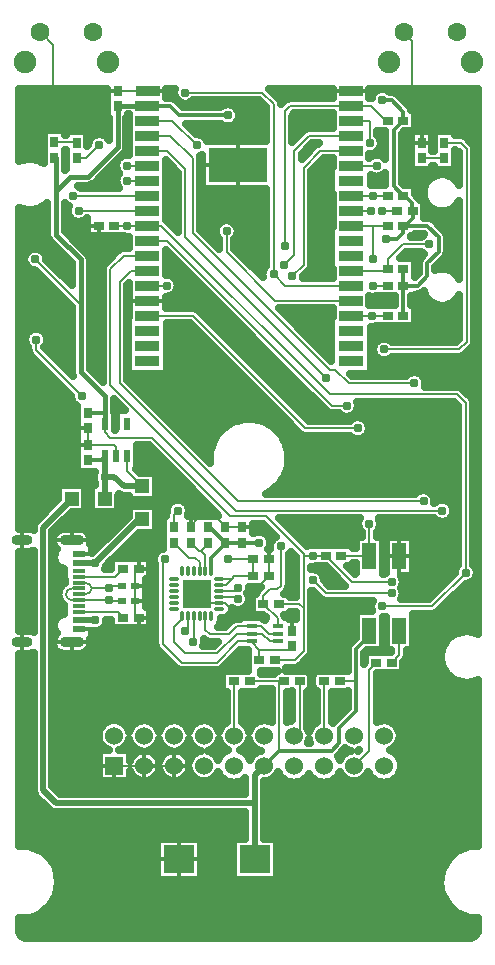
<source format=gbr>
G04 DipTrace 3.3.1.3*
G04 Top.gbr*
%MOIN*%
G04 #@! TF.FileFunction,Copper,L1,Top*
G04 #@! TF.Part,Single*
%AMOUTLINE0*
4,1,4,
-0.017717,-0.01378,
-0.017717,0.01378,
0.017717,0.01378,
0.017717,-0.01378,
-0.017717,-0.01378,
0*%
G04 #@! TA.AperFunction,Conductor*
%ADD14C,0.007874*%
%ADD15C,0.015748*%
%ADD16C,0.011811*%
%ADD17C,0.019685*%
G04 #@! TA.AperFunction,CopperBalancing*
%ADD18C,0.025*%
%ADD19C,0.012992*%
%ADD20R,0.027559X0.035433*%
%ADD21R,0.035433X0.027559*%
%ADD22R,0.102362X0.094488*%
%ADD24R,0.031496X0.023622*%
%ADD26R,0.047244X0.047244*%
G04 #@! TA.AperFunction,ComponentPad*
%ADD28R,0.06X0.06*%
%ADD29C,0.06*%
%ADD30R,0.044882X0.011811*%
%ADD31R,0.044882X0.023622*%
G04 #@! TA.AperFunction,ComponentPad*
%ADD32O,0.070866X0.035433*%
%ADD33O,0.082677X0.035433*%
%ADD35R,0.035433X0.015748*%
G04 #@! TA.AperFunction,ComponentPad*
%ADD36C,0.062992*%
%ADD37C,0.074803*%
%ADD42R,0.07874X0.035433*%
%ADD43R,0.19685X0.11811*%
%ADD45O,0.033465X0.011811*%
%ADD46O,0.011811X0.033465*%
%ADD47R,0.096457X0.096457*%
%ADD55R,0.023622X0.043307*%
%ADD56R,0.047244X0.086614*%
G04 #@! TA.AperFunction,ViaPad*
%ADD62C,0.031*%
%ADD129OUTLINE0*%
%FSLAX26Y26*%
G04*
G70*
G90*
G75*
G01*
G04 Top*
%LPD*%
X1284894Y1357420D2*
D14*
X1351172D1*
X1381202Y1387450D1*
Y1531201D1*
X1367483Y1544920D1*
X1298573D1*
X718701Y2143751D2*
D15*
Y2185762D1*
Y2237453D1*
X638873Y2317281D1*
Y2542280D1*
Y2694016D1*
X556202Y2776686D1*
Y2922297D1*
Y3033543D1*
X549971D1*
X662451Y2182383D2*
D16*
X715322D1*
X718701Y2185762D1*
X860934Y3206201D2*
D15*
X761222D1*
Y3205014D1*
X1713633Y2906201D2*
D16*
X1718702D1*
X1743702Y2881201D1*
Y2856201D1*
X1744883D1*
Y2832382D1*
X1718702Y2806201D1*
X1713633D1*
X1656201Y2762451D2*
X1693702D1*
X1713633Y2782382D1*
Y2806201D1*
Y2506201D2*
Y2605614D1*
X1761864D1*
X1793701Y2637451D1*
Y2681200D1*
X1831201Y2718701D1*
Y2768701D1*
X1793701Y2806201D1*
X1713633D1*
X1643701Y3224951D2*
X1674951D1*
X1713633Y3186270D1*
Y3156201D1*
X860934Y3206201D2*
X935640D1*
X967668Y3174173D1*
X1129231D1*
X1713633Y2906201D2*
X1681201Y2938633D1*
Y3123769D1*
X1713633Y3156201D1*
Y2662451D2*
Y2605614D1*
X718701Y2143751D2*
D14*
Y2118702D1*
X737451Y2099951D1*
X874950D1*
X1137451Y1837450D1*
X1256202D1*
X1381202Y1712450D1*
Y1705509D1*
Y1531201D1*
Y1705509D2*
X1412451D1*
X1455510D1*
X1456202Y1706201D1*
X1412451D2*
Y1705509D1*
X1674951Y1618701D2*
X1543702D1*
X1456202Y1706201D1*
X487451Y2693701D2*
X638873Y2542280D1*
X761222Y3205014D2*
D15*
Y3067471D1*
X662451Y2968701D1*
X602606D1*
X556202Y2922297D1*
X1368701Y1287450D2*
D14*
Y1124950D1*
X1349951Y1106201D1*
X1449951D2*
Y1287450D1*
X1149951D2*
Y1106201D1*
X1249951Y1006201D2*
D16*
X1299951Y1056201D1*
X1474951D1*
X1499951Y1081201D1*
Y1131201D1*
X1556201Y1187450D1*
Y1287450D1*
Y1393699D1*
X1599951Y1437450D1*
Y1456201D1*
X1218702Y693701D2*
D17*
Y881488D1*
Y974951D1*
X1249951Y1006201D1*
X608440Y1896217D2*
Y1895938D1*
X512451Y1799950D1*
Y924950D1*
X555913Y881488D1*
X1218702D1*
X1299951Y1056201D2*
D14*
Y1287450D1*
X1317520D1*
X1501133D2*
X1556201D1*
X1201133D2*
X1317520D1*
X1034735Y1653953D2*
Y1683916D1*
X1018701Y1699950D1*
X999953D1*
X949951Y1749951D1*
X947797D1*
X1643701Y2856201D2*
X1693702D1*
X1612451Y2605614D2*
X1662451D1*
X1549951Y1006201D2*
X1599951Y1056201D1*
Y1326133D1*
X1623770Y1349951D1*
X1207904Y1471445D2*
X1239042D1*
X1264633Y1445854D1*
X1294518D1*
X1054420Y1504346D2*
Y1457983D1*
X1068702Y1443701D1*
X1131201D1*
X1158945Y1471445D1*
X1207904D1*
X1233713Y1357420D2*
Y1391692D1*
X1207904Y1417500D1*
Y1420264D1*
X1233713Y1391692D2*
X1331470D1*
X1343508Y1403730D1*
X918702Y1693701D2*
X912450Y1687449D1*
Y1412453D1*
X974951Y1349951D1*
X1093701D1*
X1164013Y1420264D1*
X1207904D1*
X860934Y3156201D2*
X943702D1*
X1024951Y3074951D1*
X1099695Y1549622D2*
X1054420D1*
X1024892Y1579150D1*
X1343508Y1454911D2*
Y1512451D1*
X1337451D1*
X1161328Y3008091D2*
X1135562D1*
X1099951Y3043701D1*
Y2968701D1*
X1224951D1*
Y3043701D2*
Y2968701D1*
X1162451Y3006201D2*
X1137451D1*
X1099951Y3043701D1*
X1099695Y1549622D2*
X1119031D1*
X1143702Y1524951D1*
X1174951D1*
X1193701Y1543701D1*
Y1565458D1*
X1265282Y1637039D1*
X608761Y1417224D2*
X665458D1*
X681206Y1432972D1*
Y1445567D1*
X815454D1*
X831202Y1461315D1*
Y1499950D1*
X749951Y1006201D2*
X849951D1*
X501467Y3450630D2*
X505614D1*
X547474Y3408770D1*
Y3268958D1*
X560237Y3256196D1*
X761222D1*
X662451Y2131202D2*
Y2074950D1*
X608761Y1757382D2*
X665458D1*
Y1713287D1*
X631202D1*
X681206Y1445567D2*
X665454Y1461319D1*
X631202D1*
X1833508Y2480778D2*
X1815181Y2462451D1*
X1649951D1*
X1265280Y1693701D2*
Y1637039D1*
X1265282D1*
X1177108Y1801133D2*
X1249533D1*
X1265280Y1785386D1*
Y1693701D1*
X1119780Y1801131D2*
X1177108D1*
Y1801133D1*
X1005122D2*
X1001134D1*
X1030663Y1830661D1*
X1094240D1*
X1119780Y1805122D1*
Y1801131D1*
X831202Y1662450D2*
Y1711776D1*
X879297Y1759870D1*
Y1868458D1*
X895043Y1884205D1*
X990697D1*
X1005122Y1869780D1*
Y1801133D1*
X818260Y1606201D2*
Y1659009D1*
X831202Y1662450D1*
X818259Y1556201D2*
Y1606201D1*
X818260D1*
X831202Y1499950D2*
X818259Y1503394D1*
Y1556201D1*
X849951Y1006201D2*
X949951D1*
X861328Y3256201D2*
X931803D1*
X986520Y3201484D1*
X1145580D1*
X1161328Y3185736D1*
Y3008092D1*
X1162451Y3006201D1*
X761222Y3256196D2*
X809751D1*
X809756Y3256201D1*
X861328D1*
X1699951D2*
X1538966Y3256240D1*
X662451Y2074950D2*
X749953D1*
X756102Y2068801D1*
Y2037451D1*
X860938Y2556541D2*
X799951D1*
Y2556201D1*
X1143702Y1524951D2*
X1124951Y1506201D1*
Y1487450D1*
X444195Y1417224D2*
Y818208D1*
X568702Y693701D1*
X966720D1*
X1699951Y3256201D2*
Y3249950D1*
X1743441Y3206461D1*
X1774932Y3174970D1*
Y3082382D1*
X662451Y2074950D2*
X604631D1*
X518701D1*
X444195Y2000444D1*
Y1757382D1*
X1743441Y3206461D2*
Y3423508D1*
X1716303Y3450646D1*
X665458Y1757382D2*
Y1928194D1*
X604631Y1989021D1*
Y2074950D1*
X1699951Y1787451D2*
Y1704232D1*
X799951Y2556201D2*
Y2318701D1*
X949951Y2168701D1*
X1274951D1*
X1368702Y2074950D1*
X1862453D1*
X1893702Y2043701D1*
Y1824951D1*
X1856202Y1787451D1*
X1699951D1*
X662451Y2131202D2*
X581222D1*
X452362Y2260062D1*
Y2458184D1*
X557671Y2563492D1*
X661390Y2745782D2*
Y2740497D1*
X698770Y2777877D1*
Y2806201D1*
X1294518Y1471445D2*
Y1497794D1*
X1247392Y1544920D1*
Y1572391D1*
X1268702Y1593701D1*
X1293701D1*
X1306201Y1606201D1*
Y1737451D1*
X987451Y3249950D2*
X1243702D1*
X1281202Y3212450D1*
Y2643701D1*
X1538969Y2606581D2*
X1318322D1*
X1281202Y2643701D1*
X860934Y2606201D2*
X924951D1*
X1649951Y2393701D2*
X1899951D1*
X1924951Y2418701D1*
Y3062450D1*
X1905020Y3082382D1*
X1849951D1*
X1562451Y2131201D2*
X1387451D1*
X1012112Y2506541D1*
X860938D1*
X1781201Y1887450D2*
X1162453D1*
X768701Y2281202D1*
Y2618699D1*
X806202Y2656201D1*
X860934D1*
X1662451Y2506201D2*
X1610730D1*
X1539349D1*
X1538969Y2506581D1*
X1610730Y2506331D2*
Y2506201D1*
X1606202Y2856201D2*
X1538966D1*
Y2856240D1*
X1662451Y2906201D2*
X1612451D1*
X1538966Y2906240D2*
X1612412D1*
X1612451Y2906201D1*
X624951Y3031201D2*
X656201D1*
X699951Y3074951D1*
X1124951Y2787451D2*
Y2718701D1*
X1287071Y2556581D1*
X1538969D1*
X1538966Y3006240D2*
X1624951Y3006201D1*
X1507383Y1706201D2*
X1597983D1*
X1599951Y1704232D1*
Y1812451D2*
Y1704232D1*
X1601711Y3081220D2*
Y3156240D1*
X1538966D1*
Y3206240D2*
X1606163D1*
X1662451Y3149951D1*
Y3156201D1*
X1538966Y3206240D2*
X1337491D1*
X1318702Y3187451D1*
Y2739297D1*
X1643701Y1537451D2*
X1809908D1*
X1922407Y1649950D1*
X749951Y2806201D2*
X793701D1*
X860934D1*
X793701D2*
D3*
X860934D2*
X906202D1*
X1468702Y2243701D1*
X1893702D1*
X1922407Y2214996D1*
Y1649950D1*
X1524951Y2206201D2*
X1474951D1*
X924951Y2756201D1*
X860934D1*
X1843702Y1856201D2*
X1156202D1*
X737451Y2274951D1*
Y2662450D1*
X781202Y2706201D1*
X860934D1*
X612451Y2906201D2*
X860934D1*
X631202Y2856201D2*
X860934D1*
X793701Y3006201D2*
X860934D1*
X793701Y2956201D2*
X860934D1*
X1749951Y2281201D2*
X1531201D1*
X1487451Y2324950D1*
X1468702D1*
X1012451Y2781201D1*
Y3031201D1*
X937451Y3106201D1*
X860934D1*
X1456202Y2299951D2*
X987451Y2768702D1*
Y2993701D1*
X924951Y3056201D1*
X860934D1*
X1538969Y2656581D2*
X1656581D1*
X1662451Y2662451D1*
Y2693701D1*
X1712451Y2743701D1*
X1799951D1*
X1538969Y2806581D2*
X1612071D1*
Y2806201D1*
X1662451D1*
X1612451Y2693701D2*
X1612071Y2806201D1*
X631202Y1636516D2*
X754087D1*
X780021Y1662450D1*
X631202Y1518406D2*
X761566D1*
X780021Y1499950D1*
X549971Y3084724D2*
X622609D1*
X624951Y3082382D1*
X1774932Y3031201D2*
X1849951D1*
X1699951Y1456201D2*
Y1374951D1*
X1674951Y1349951D1*
X1054420Y1653953D2*
Y1707982D1*
X1040591Y1721811D1*
X1033262D1*
X1005122Y1749951D1*
X1062453D2*
Y1743673D1*
X1040591Y1721811D1*
X1207904Y1445854D2*
X1243441D1*
X1269031Y1420264D1*
X1294518D1*
X975680Y1504346D2*
Y1494428D1*
X949953Y1468701D1*
Y1418699D1*
X987451Y1381201D1*
X1093701D1*
X1158354Y1445854D1*
X1207904D1*
X631202Y1681791D2*
D17*
X686861D1*
X687451Y1681201D1*
X631202Y1492815D2*
X686223D1*
X687451Y1491587D1*
X1177108Y1749951D2*
D16*
X1119780D1*
Y1749950D1*
X1074105Y1653953D2*
Y1699102D1*
X1119780Y1744777D1*
Y1749950D1*
X1062453Y1801133D2*
X1068597D1*
X1119780Y1749950D1*
X843860Y1827215D2*
D17*
X833466D1*
X687451Y1681201D1*
X1177108Y1749951D2*
D16*
X1233012D1*
Y1749953D1*
X631202Y1597146D2*
D14*
X608512D1*
G03X609118Y1557776I703J-19679D01*
G01*
X631202D1*
X729465D1*
X731157Y1559469D1*
X774951Y1556201D2*
X734425D1*
X731157Y1559469D1*
X1099696Y1569307D2*
X1155596D1*
X1162451Y1562451D1*
X631202Y1616831D2*
X654491Y1615194D1*
G02X675176Y1598226I2433J-18126D01*
G01*
G02X654780Y1578903I-18251J-1161D01*
G01*
Y1577461D1*
X631202D1*
X675176Y1598226D2*
X729899D1*
X731157Y1596967D1*
X774953Y1606201D2*
X740391D1*
X731157Y1596967D1*
X1099696Y1588992D2*
X1151493D1*
X1162451Y1599950D1*
X995365Y1504346D2*
Y1464114D1*
X987451Y1456201D1*
X1314654Y2674043D2*
X1349951Y2709341D1*
Y3056201D1*
X1399991Y3106240D1*
X1538966D1*
X1015050Y1504346D2*
Y1421298D1*
X1012453Y1418701D1*
X1343701Y2637451D2*
X1381201Y2674951D1*
Y2999950D1*
X1437491Y3056240D1*
X1538966D1*
X718701Y2037451D2*
D17*
X718676Y1967860D1*
Y1896217D1*
X793504Y2037451D2*
D14*
Y1987807D1*
X843860Y1937451D1*
X662451Y2023769D2*
D16*
X705018D1*
X718701Y2037451D1*
X843860Y1937451D2*
D17*
X781201D1*
X750793Y1967860D1*
X718676D1*
X718411Y1968442D2*
X718676Y1967860D1*
X1674951Y1581201D2*
D14*
X1456201D1*
X1412451Y1624950D1*
X489925Y2426488D2*
Y2391227D1*
X643701Y2237451D1*
X1214098Y1693701D2*
Y1637039D1*
X1214101D1*
X1099696Y1608677D2*
X1121657D1*
X1141343Y1628362D1*
X1150020Y1637039D1*
X1214101D1*
X1099696Y1628362D2*
X1141343D1*
X1129047Y1695167D2*
X1214098D1*
Y1693701D1*
X947797Y1801133D2*
Y1841546D1*
X962451Y1856201D1*
D62*
X731157Y1559469D3*
Y1596967D3*
X687451Y1681201D3*
Y1491587D3*
X1162451Y1599950D3*
Y1562451D3*
X962451Y1856201D3*
X1129047Y1695167D3*
X987451Y1456201D3*
X1012453Y1418701D3*
X1314654Y2674043D3*
X1343701Y2637451D3*
X1337451Y1512451D3*
X1318702Y2739297D3*
X718411Y1968442D3*
X1643701Y2856201D3*
X1612451Y2605614D3*
X1162451Y3006201D3*
X1099951Y3043701D3*
Y2968701D3*
X1224951Y3043701D3*
Y2968701D3*
X1612451Y2693701D3*
X1624951Y3006201D3*
X1612451Y2906201D3*
X1656201Y2762451D3*
X1610730Y2506331D3*
X1843702Y1856201D3*
X699951Y3074951D3*
X1124951Y2787451D3*
X987451Y3249950D3*
X1799951Y2743701D3*
X1781201Y1887450D3*
X1281202Y2643701D3*
X799951Y2556201D3*
X1699951Y1787451D3*
X1749951Y2281201D3*
X1562451Y2131201D3*
X1524951Y2206201D3*
X1456202Y2299951D3*
X631202Y2856201D3*
X1124951Y1487450D3*
X612451Y2906201D3*
X793701Y2956201D3*
Y3006201D3*
X924951Y2606201D3*
X1649951Y2393701D3*
X793701Y2806201D3*
X557671Y2563492D3*
X1599951Y1812451D3*
X1412451Y1624950D3*
Y1706201D3*
X1674951Y1618701D3*
Y1581201D3*
X1922407Y1649950D3*
X1643701Y1537451D3*
X487451Y2693701D3*
X643701Y2237451D3*
X489925Y2426488D3*
X661390Y2745782D3*
X1643701Y3224951D3*
X1129231Y3174173D3*
X1024951Y3074951D3*
X918702Y1693701D3*
X1699951Y3256201D3*
X1649951Y2462451D3*
X1833508Y2480778D3*
X1306201Y1737451D3*
X1606202Y2856201D3*
X1601711Y3081220D3*
X1233012Y1749953D3*
X433750Y3237399D2*
D18*
X723575D1*
X924574D2*
X950291D1*
X1294540D2*
X1475707D1*
X1703584D2*
X1959964D1*
X433750Y3212530D2*
X723575D1*
X970398D2*
X1242819D1*
X1728452D2*
X1959964D1*
X433750Y3187661D2*
X723575D1*
X1166039D2*
X1253405D1*
X1755221D2*
X1959964D1*
X433750Y3162793D2*
X729460D1*
X1166792D2*
X1253405D1*
X1346500D2*
X1475707D1*
X1755221D2*
X1959964D1*
X433750Y3137924D2*
X729460D1*
X1000290D2*
X1119987D1*
X1138472D2*
X1253405D1*
X1346500D2*
X1475707D1*
X1755221D2*
X1959964D1*
X433750Y3113055D2*
X512324D1*
X662620D2*
X729460D1*
X1025158D2*
X1253405D1*
X1346500D2*
X1368521D1*
X1629519D2*
X1651432D1*
X1711550D2*
X1737267D1*
X1887598D2*
X1959964D1*
X433750Y3088186D2*
X512324D1*
X1640428D2*
X1651432D1*
X1710976D2*
X1737267D1*
X1937513D2*
X1959964D1*
X433750Y3063318D2*
X512324D1*
X1395375D2*
X1406271D1*
X1636445D2*
X1651432D1*
X1710976D2*
X1737267D1*
X433750Y3038449D2*
X512324D1*
X1710976D2*
X1737267D1*
X1887598D2*
X1897147D1*
X1433125Y3013580D2*
X1475707D1*
X1710976D2*
X1737267D1*
X1887598D2*
X1897147D1*
X726314Y2988711D2*
X758741D1*
X924179D2*
X954131D1*
X1409011D2*
X1470612D1*
X1710976D2*
X1897131D1*
X701446Y2963843D2*
X755117D1*
X924179D2*
X959657D1*
X1409011D2*
X1470612D1*
X1607343D2*
X1651432D1*
X1710976D2*
X1802146D1*
X1885445D2*
X1897170D1*
X631867Y2938974D2*
X758598D1*
X924179D2*
X959657D1*
X1409011D2*
X1470612D1*
X1755221D2*
X1783881D1*
X924179Y2914105D2*
X959657D1*
X1040265D2*
X1253405D1*
X1409011D2*
X1470612D1*
X1755221D2*
X1779467D1*
X924179Y2889236D2*
X959657D1*
X1040265D2*
X1253405D1*
X1409011D2*
X1475707D1*
X503222Y2864367D2*
X524453D1*
X924179D2*
X959657D1*
X1040265D2*
X1253405D1*
X1409011D2*
X1475707D1*
X1786476D2*
X1807205D1*
X1880385D2*
X1897131D1*
X433750Y2839499D2*
X524453D1*
X587945D2*
X595827D1*
X924179D2*
X959657D1*
X1040265D2*
X1253405D1*
X1409011D2*
X1475707D1*
X1786476D2*
X1897131D1*
X433750Y2814630D2*
X524453D1*
X587945D2*
X657189D1*
X936057D2*
X959657D1*
X1040265D2*
X1097524D1*
X1152367D2*
X1253405D1*
X1409011D2*
X1475707D1*
X1826344D2*
X1897131D1*
X433750Y2789761D2*
X524453D1*
X587945D2*
X657189D1*
X1042202D2*
X1085646D1*
X1164245D2*
X1253405D1*
X1409011D2*
X1470612D1*
X1851211D2*
X1897131D1*
X433750Y2764892D2*
X526929D1*
X611843D2*
X797676D1*
X1067070D2*
X1093289D1*
X1156637D2*
X1253405D1*
X1409011D2*
X1470612D1*
X1860972D2*
X1897131D1*
X433750Y2740024D2*
X548998D1*
X636711D2*
X797676D1*
X1152762D2*
X1253405D1*
X1409011D2*
X1470612D1*
X1860972D2*
X1897131D1*
X433750Y2715155D2*
X454946D1*
X519944D2*
X573866D1*
X661579D2*
X751851D1*
X1166792D2*
X1253405D1*
X1409011D2*
X1470612D1*
X1722208D2*
X1774120D1*
X1860757D2*
X1897131D1*
X433750Y2690286D2*
X448235D1*
X529166D2*
X598734D1*
X670622D2*
X726984D1*
X924179D2*
X952588D1*
X1191660D2*
X1253405D1*
X1409011D2*
X1470612D1*
X1755221D2*
X1765472D1*
X1843855D2*
X1897131D1*
X433750Y2665417D2*
X461297D1*
X554034D2*
X607131D1*
X670622D2*
X709831D1*
X924179D2*
X977455D1*
X1216528D2*
X1248919D1*
X1407145D2*
X1470612D1*
X1755221D2*
X1763929D1*
X1823473D2*
X1897131D1*
X433750Y2640549D2*
X502313D1*
X578902D2*
X607131D1*
X670622D2*
X709652D1*
X940866D2*
X1002323D1*
X1385076D2*
X1475707D1*
X433750Y2615680D2*
X527181D1*
X670622D2*
X709652D1*
X963078D2*
X1027191D1*
X433750Y2590811D2*
X552048D1*
X670622D2*
X709652D1*
X960961D2*
X1052059D1*
X433750Y2565942D2*
X576916D1*
X670622D2*
X709652D1*
X924179D2*
X1076926D1*
X1602211D2*
X1683836D1*
X1743415D2*
X1790699D1*
X433750Y2541073D2*
X601784D1*
X670622D2*
X709652D1*
X924179D2*
X1101794D1*
X1755221D2*
X1828198D1*
X1859393D2*
X1897131D1*
X433750Y2516205D2*
X607131D1*
X670622D2*
X709652D1*
X1040731D2*
X1126662D1*
X1315748D2*
X1475707D1*
X1755221D2*
X1897131D1*
X433750Y2491336D2*
X607131D1*
X670622D2*
X709652D1*
X1065599D2*
X1151530D1*
X1340615D2*
X1470612D1*
X1755221D2*
X1897131D1*
X433750Y2466467D2*
X607131D1*
X670622D2*
X709652D1*
X929311D2*
X1013878D1*
X1090467D2*
X1176397D1*
X1365483D2*
X1470612D1*
X1607343D2*
X1897131D1*
X433750Y2441598D2*
X453797D1*
X526044D2*
X607131D1*
X670622D2*
X709652D1*
X929311D2*
X1038746D1*
X1115334D2*
X1201265D1*
X1390351D2*
X1470612D1*
X1607343D2*
X1897131D1*
X433750Y2416730D2*
X451860D1*
X527982D2*
X607131D1*
X670622D2*
X709652D1*
X929311D2*
X1063613D1*
X1140202D2*
X1226133D1*
X1415219D2*
X1470612D1*
X1607343D2*
X1618670D1*
X433750Y2391861D2*
X462123D1*
X527587D2*
X607131D1*
X670622D2*
X709652D1*
X929311D2*
X1088481D1*
X1165070D2*
X1251000D1*
X1440086D2*
X1470612D1*
X1936401D2*
X1959964D1*
X433750Y2366992D2*
X475866D1*
X552455D2*
X607131D1*
X670622D2*
X709652D1*
X929311D2*
X1113349D1*
X1189938D2*
X1275868D1*
X1607343D2*
X1622043D1*
X1677891D2*
X1959964D1*
X433750Y2342123D2*
X500734D1*
X577323D2*
X607131D1*
X670622D2*
X709652D1*
X929311D2*
X1138216D1*
X1214841D2*
X1300736D1*
X1607343D2*
X1959964D1*
X433750Y2317255D2*
X525602D1*
X682751D2*
X709652D1*
X929311D2*
X1163120D1*
X1239709D2*
X1325604D1*
X1607343D2*
X1739707D1*
X1760173D2*
X1959964D1*
X433750Y2292386D2*
X550469D1*
X796503D2*
X1187988D1*
X1264577D2*
X1350471D1*
X1787589D2*
X1959964D1*
X433750Y2267517D2*
X575337D1*
X820689D2*
X1212856D1*
X1289445D2*
X1375339D1*
X1904787D2*
X1959964D1*
X433750Y2242648D2*
X600205D1*
X845557D2*
X1237723D1*
X1314312D2*
X1400207D1*
X1933063D2*
X1959964D1*
X433750Y2217780D2*
X610001D1*
X870425D2*
X1262591D1*
X1339180D2*
X1425075D1*
X1562451D2*
X1881342D1*
X1950072D2*
X1959971D1*
X433750Y2192911D2*
X624786D1*
X750464D2*
X781205D1*
X895293D2*
X1287459D1*
X1364048D2*
X1449942D1*
X1561841D2*
X1894583D1*
X1950216D2*
X1959994D1*
X433750Y2168042D2*
X624786D1*
X920160D2*
X1312327D1*
X1388915D2*
X1558384D1*
X1566505D2*
X1894583D1*
X1950216D2*
X1959994D1*
X433750Y2143173D2*
X624786D1*
X945028D2*
X1129963D1*
X1269959D2*
X1337194D1*
X1599843D2*
X1894583D1*
X1950216D2*
X1959994D1*
X433750Y2118304D2*
X624786D1*
X969896D2*
X1099964D1*
X1299959D2*
X1362062D1*
X1599484D2*
X1894583D1*
X1950216D2*
X1959994D1*
X433750Y2093436D2*
X624786D1*
X994764D2*
X1082488D1*
X1317434D2*
X1894583D1*
X1950216D2*
X1959994D1*
X433750Y2068567D2*
X624786D1*
X829194D2*
X868044D1*
X1019631D2*
X1072154D1*
X1327733D2*
X1894583D1*
X1950216D2*
X1959994D1*
X433750Y2043698D2*
X624786D1*
X829194D2*
X892912D1*
X1044499D2*
X1067309D1*
X1332577D2*
X1894583D1*
X1950216D2*
X1959994D1*
X433750Y2018829D2*
X624786D1*
X829194D2*
X917780D1*
X1332613D2*
X1894583D1*
X1950216D2*
X1959994D1*
X433750Y1993961D2*
X624786D1*
X825641D2*
X942648D1*
X1327769D2*
X1894583D1*
X1950216D2*
X1959994D1*
X433750Y1969092D2*
X679042D1*
X891345D2*
X967515D1*
X1317506D2*
X1894583D1*
X1950216D2*
X1959994D1*
X433750Y1944223D2*
X684963D1*
X891345D2*
X992383D1*
X1300066D2*
X1894583D1*
X1950216D2*
X1959994D1*
X433750Y1919354D2*
X560948D1*
X655945D2*
X671184D1*
X891345D2*
X1017251D1*
X1270139D2*
X1760197D1*
X1802194D2*
X1894583D1*
X1950216D2*
X1959994D1*
X433750Y1894486D2*
X560338D1*
X655945D2*
X671184D1*
X766181D2*
X796348D1*
X891345D2*
X1042119D1*
X1819885D2*
X1894583D1*
X1950216D2*
X1959994D1*
X433750Y1869617D2*
X535470D1*
X655945D2*
X671184D1*
X766181D2*
X796348D1*
X891345D2*
X925603D1*
X999285D2*
X1066986D1*
X1880565D2*
X1894583D1*
X1950216D2*
X1959994D1*
X433750Y1844748D2*
X510602D1*
X603913D2*
X796348D1*
X891345D2*
X920184D1*
X1000003D2*
X1091854D1*
X1881247D2*
X1894583D1*
X1950216D2*
X1959994D1*
X433750Y1819879D2*
X485914D1*
X579045D2*
X779482D1*
X891345D2*
X910137D1*
X1312052D2*
X1561327D1*
X1638562D2*
X1834836D1*
X1852581D2*
X1894583D1*
X1950216D2*
X1959994D1*
X554142Y1795010D2*
X572036D1*
X645467D2*
X754615D1*
X891345D2*
X910137D1*
X1214770D2*
X1260330D1*
X1336919D2*
X1564951D1*
X1634937D2*
X1894583D1*
X1950216D2*
X1959994D1*
X671842Y1770142D2*
X729747D1*
X823022D2*
X910137D1*
X1266371D2*
X1285198D1*
X1361823D2*
X1572128D1*
X1627761D2*
X1894583D1*
X1950216D2*
X1959994D1*
X677512Y1745273D2*
X704879D1*
X798154D2*
X910137D1*
X1386691D2*
X1552464D1*
X1747434D2*
X1894583D1*
X1950216D2*
X1959994D1*
X773286Y1720404D2*
X890759D1*
X1747434D2*
X1894583D1*
X1950216D2*
X1959994D1*
X433750Y1695535D2*
X478737D1*
X1334013D2*
X1353378D1*
X1747434D2*
X1894583D1*
X1950216D2*
X1959994D1*
X433750Y1670667D2*
X478737D1*
X546175D2*
X561701D1*
X725273D2*
X738431D1*
X872793D2*
X884623D1*
X1334013D2*
X1353378D1*
X1424800D2*
X1453423D1*
X1530048D2*
X1552464D1*
X1747434D2*
X1889416D1*
X433750Y1645798D2*
X478737D1*
X546175D2*
X579787D1*
X872793D2*
X884623D1*
X1334013D2*
X1353378D1*
X1445361D2*
X1478327D1*
X1747434D2*
X1879943D1*
X433750Y1620929D2*
X478737D1*
X546175D2*
X584882D1*
X857865D2*
X884623D1*
X1334013D2*
X1353378D1*
X1454763D2*
X1503195D1*
X1714242D2*
X1855075D1*
X1947668D2*
X1959964D1*
X433750Y1596060D2*
X478737D1*
X546175D2*
X565792D1*
X857865D2*
X884623D1*
X1201636D2*
X1232771D1*
X1331896D2*
X1353378D1*
X1711191D2*
X1830207D1*
X1906796D2*
X1959964D1*
X433750Y1571192D2*
X478737D1*
X546175D2*
X562168D1*
X857865D2*
X884623D1*
X1340149D2*
X1353378D1*
X1409011D2*
X1427910D1*
X1712950D2*
X1805339D1*
X1881928D2*
X1959964D1*
X433750Y1546323D2*
X478737D1*
X546175D2*
X574261D1*
X857865D2*
X884623D1*
X1198119D2*
X1205812D1*
X1409011D2*
X1605393D1*
X1857061D2*
X1959964D1*
X433750Y1521454D2*
X478737D1*
X546175D2*
X579787D1*
X872793D2*
X884623D1*
X1144293D2*
X1205786D1*
X1409011D2*
X1607976D1*
X1832193D2*
X1959964D1*
X433750Y1496585D2*
X478737D1*
X546175D2*
X554784D1*
X872793D2*
X884623D1*
X1109019D2*
X1153503D1*
X1336094D2*
X1353378D1*
X1409011D2*
X1552464D1*
X1747434D2*
X1959964D1*
X433750Y1471717D2*
X478737D1*
X721003D2*
X738431D1*
X872793D2*
X884623D1*
X1100550D2*
X1120920D1*
X1409011D2*
X1552464D1*
X1747434D2*
X1959964D1*
X546175Y1446848D2*
X557120D1*
X677512D2*
X884623D1*
X1409011D2*
X1552464D1*
X1747434D2*
X1887622D1*
X673672Y1421979D2*
X884623D1*
X1409011D2*
X1543385D1*
X1747434D2*
X1855505D1*
X668397Y1397110D2*
X889826D1*
X1409011D2*
X1526627D1*
X1747434D2*
X1841726D1*
X433750Y1372241D2*
X478737D1*
X546175D2*
X914371D1*
X1154269D2*
X1192115D1*
X1403951D2*
X1526412D1*
X1727626D2*
X1836953D1*
X433750Y1347373D2*
X478737D1*
X546175D2*
X939239D1*
X1129401D2*
X1192115D1*
X1379406D2*
X1526412D1*
X1716538D2*
X1839573D1*
X433750Y1322504D2*
X478737D1*
X546175D2*
X1108361D1*
X1390997D2*
X1427658D1*
X1716538D2*
X1850446D1*
X433750Y1297635D2*
X478737D1*
X546175D2*
X1108361D1*
X1627761D2*
X1874811D1*
X433750Y1272766D2*
X478737D1*
X546175D2*
X1108361D1*
X1627761D2*
X1959964D1*
X433750Y1247898D2*
X478737D1*
X546175D2*
X1122140D1*
X1177773D2*
X1272136D1*
X1327769D2*
X1340890D1*
X1396523D2*
X1422132D1*
X1477765D2*
X1526412D1*
X1627761D2*
X1959964D1*
X433750Y1223029D2*
X478737D1*
X546175D2*
X1122140D1*
X1177773D2*
X1272136D1*
X1327769D2*
X1340890D1*
X1396523D2*
X1422132D1*
X1477765D2*
X1526412D1*
X1627761D2*
X1959964D1*
X433750Y1198160D2*
X478737D1*
X546175D2*
X1122140D1*
X1177773D2*
X1272136D1*
X1327769D2*
X1340890D1*
X1396523D2*
X1422132D1*
X1477765D2*
X1525837D1*
X1627761D2*
X1959964D1*
X433750Y1173291D2*
X478737D1*
X546175D2*
X1122140D1*
X1177773D2*
X1272136D1*
X1327769D2*
X1340890D1*
X1396523D2*
X1422132D1*
X1477765D2*
X1500970D1*
X1627761D2*
X1959964D1*
X433750Y1148423D2*
X478737D1*
X546175D2*
X718192D1*
X781719D2*
X818201D1*
X881728D2*
X918175D1*
X981702D2*
X1018184D1*
X1081711D2*
X1118193D1*
X1181720D2*
X1218166D1*
X1396523D2*
X1418185D1*
X1681730D2*
X1959964D1*
X433750Y1123554D2*
X478737D1*
X546175D2*
X699102D1*
X1700821D2*
X1959964D1*
X433750Y1098685D2*
X478737D1*
X546175D2*
X696626D1*
X1703261D2*
X1959964D1*
X433750Y1073816D2*
X478737D1*
X546175D2*
X707570D1*
X792341D2*
X807580D1*
X892350D2*
X907553D1*
X992323D2*
X1007562D1*
X1092333D2*
X1107571D1*
X1192342D2*
X1207581D1*
X1692316D2*
X1959964D1*
X433750Y1048948D2*
X478737D1*
X546175D2*
X696087D1*
X803824D2*
X818955D1*
X880939D2*
X918964D1*
X980948D2*
X1018973D1*
X1080957D2*
X1110514D1*
X1189399D2*
X1218956D1*
X1508769D2*
X1518968D1*
X1689374D2*
X1959964D1*
X433750Y1024079D2*
X478737D1*
X546175D2*
X696087D1*
X1706024D2*
X1959964D1*
X433750Y999210D2*
X478737D1*
X546175D2*
X696087D1*
X1708500D2*
X1959964D1*
X433750Y974341D2*
X478737D1*
X546175D2*
X696087D1*
X892745D2*
X907158D1*
X992754D2*
X1007132D1*
X1092763D2*
X1100789D1*
X1292746D2*
X1300821D1*
X1499116D2*
X1507142D1*
X1592738D2*
X1600801D1*
X1699098D2*
X1959964D1*
X433750Y949472D2*
X478737D1*
X546175D2*
X1184974D1*
X1252412D2*
X1959964D1*
X433750Y924604D2*
X478737D1*
X559453D2*
X1184974D1*
X1252412D2*
X1959964D1*
X433750Y899735D2*
X491009D1*
X1252412D2*
X1959964D1*
X433750Y874866D2*
X515877D1*
X1252412D2*
X1959964D1*
X433750Y849997D2*
X1184974D1*
X1252412D2*
X1959964D1*
X433750Y825129D2*
X1184974D1*
X1252412D2*
X1959964D1*
X433750Y800260D2*
X1184974D1*
X1252412D2*
X1959964D1*
X433750Y775391D2*
X1184974D1*
X1252412D2*
X1959964D1*
X433750Y750522D2*
X891656D1*
X1041772D2*
X1143635D1*
X1293751D2*
X1959964D1*
X502684Y725654D2*
X891656D1*
X1041772D2*
X1143635D1*
X1293751D2*
X1897275D1*
X531642Y700785D2*
X891656D1*
X1041772D2*
X1143635D1*
X1293751D2*
X1868316D1*
X551630Y675916D2*
X891656D1*
X1041772D2*
X1143635D1*
X1293751D2*
X1851092D1*
X560457Y651047D2*
X891656D1*
X1041772D2*
X1143635D1*
X1293751D2*
X1840219D1*
X564010Y626178D2*
X891656D1*
X1041772D2*
X1143635D1*
X1293751D2*
X1836092D1*
X562287Y601310D2*
X1837671D1*
X558053Y576441D2*
X1841905D1*
X543125Y551572D2*
X1856833D1*
X522097Y526703D2*
X1877861D1*
X478821Y501835D2*
X1921174D1*
X433750Y476966D2*
X1959964D1*
X434719Y452097D2*
X1958995D1*
X796375Y3176966D2*
Y3165924D1*
X790454D1*
X790380Y3065176D1*
X789662Y3060643D1*
X788243Y3056278D1*
X786160Y3052189D1*
X783462Y3048476D1*
X723442Y2988328D1*
X681447Y2946460D1*
X677734Y2943763D1*
X673644Y2941679D1*
X669279Y2940261D1*
X664746Y2939543D1*
X628397Y2939453D1*
X634125Y2936032D1*
X639224Y2931519D1*
X766287Y2931512D1*
X762261Y2936934D1*
X759634Y2942090D1*
X757846Y2947593D1*
X756940Y2953308D1*
Y2959094D1*
X757846Y2964809D1*
X759634Y2970312D1*
X762261Y2975467D1*
X765662Y2980149D1*
X766621Y2981187D1*
X763869Y2984527D1*
X760846Y2989460D1*
X758632Y2994806D1*
X757281Y3000432D1*
X756827Y3006201D1*
X757281Y3011969D1*
X758632Y3017595D1*
X760846Y3022941D1*
X763869Y3027875D1*
X767627Y3032275D1*
X772027Y3036032D1*
X776960Y3039056D1*
X782306Y3041270D1*
X787932Y3042621D1*
X793701Y3043075D1*
X800190Y3042477D1*
X800191Y3176978D1*
X796379Y3176953D1*
X731954Y3165924D2*
X726068D1*
Y3262269D1*
X431208Y3262268D1*
X431232Y3020600D1*
X442267Y3025061D1*
X448731Y3026884D1*
X455320Y3028195D1*
X461990Y3028984D1*
X468702Y3029248D1*
X475414Y3028984D1*
X482085Y3028195D1*
X488673Y3026884D1*
X495138Y3025061D1*
X501440Y3022736D1*
X507540Y3019924D1*
X514819Y3015694D1*
X514818Y3123815D1*
X585125D1*
Y3110071D1*
X589767Y3110036D1*
X589798Y3121472D1*
X660105D1*
Y3070911D1*
X663077Y3074951D1*
X663531Y3080720D1*
X664882Y3086346D1*
X667096Y3091692D1*
X670120Y3096625D1*
X673878Y3101025D1*
X678277Y3104783D1*
X683211Y3107806D1*
X688557Y3110021D1*
X694183Y3111371D1*
X699951Y3111825D1*
X705720Y3111371D1*
X711346Y3110021D1*
X716692Y3107806D1*
X721625Y3104783D1*
X726025Y3101025D1*
X729783Y3096625D1*
X731972Y3093182D1*
X731974Y3165901D1*
X1333609Y1494001D2*
X1355886D1*
X1355891Y1519612D1*
X1337663Y1519609D1*
X1337664Y1509766D1*
X1316816D1*
X1318591Y1505616D1*
X1319732Y1500693D1*
X1333609D1*
Y1493982D1*
X1263257Y1728854D2*
X1270348D1*
X1269440Y1734558D1*
Y1740345D1*
X1270346Y1746060D1*
X1272134Y1751563D1*
X1274761Y1756718D1*
X1278162Y1761399D1*
X1282253Y1765491D1*
X1286934Y1768892D1*
X1288227Y1769616D1*
X1245696Y1812161D1*
X1212244Y1812139D1*
X1212261Y1780433D1*
X1216271Y1782808D1*
X1221617Y1785022D1*
X1227243Y1786373D1*
X1233012Y1786827D1*
X1238780Y1786373D1*
X1244407Y1785022D1*
X1249752Y1782808D1*
X1254686Y1779784D1*
X1259086Y1776027D1*
X1262844Y1771627D1*
X1265867Y1766693D1*
X1268081Y1761347D1*
X1269432Y1755721D1*
X1269886Y1749953D1*
X1269432Y1744184D1*
X1268081Y1738558D1*
X1265867Y1733212D1*
X1263227Y1728852D1*
X1226171Y1601886D2*
X1199258D1*
X1199212Y1597057D1*
X1198307Y1591342D1*
X1196519Y1585839D1*
X1194196Y1581226D1*
X1196519Y1576563D1*
X1198307Y1571060D1*
X1199212Y1565345D1*
Y1559558D1*
X1198307Y1553843D1*
X1196519Y1548340D1*
X1193892Y1543185D1*
X1190491Y1538504D1*
X1186399Y1534412D1*
X1181718Y1531011D1*
X1176563Y1528384D1*
X1171060Y1526596D1*
X1165345Y1525691D1*
X1159558D1*
X1153843Y1526596D1*
X1148340Y1528384D1*
X1142893Y1531206D1*
X1142521Y1524869D1*
X1141334Y1519926D1*
X1139388Y1515229D1*
X1136732Y1510894D1*
X1133431Y1507028D1*
X1129565Y1503727D1*
X1125230Y1501071D1*
X1120533Y1499125D1*
X1115590Y1497938D1*
X1110522Y1497539D1*
X1106467D1*
X1106402Y1490978D1*
X1105607Y1485957D1*
X1104036Y1481122D1*
X1101728Y1476592D1*
X1098740Y1472479D1*
X1095284Y1469012D1*
X1120698D1*
X1142507Y1490692D1*
X1145720Y1493026D1*
X1149259Y1494829D1*
X1153036Y1496057D1*
X1156959Y1496678D1*
X1168813Y1496756D1*
X1168814Y1500693D1*
X1246995D1*
Y1495490D1*
X1252267Y1493026D1*
X1253926Y1491917D1*
X1255428Y1497315D1*
Y1500693D1*
X1255823D1*
X1246756Y1509761D1*
X1208302Y1509766D1*
Y1580073D1*
X1223320Y1580213D1*
X1224840Y1583882D1*
X1226915Y1587269D1*
X1229495Y1590289D1*
X1241091Y1601885D1*
X1226192Y1601893D1*
X685297Y1984678D2*
X627298D1*
Y2204403D1*
X622027Y2207620D1*
X617627Y2211378D1*
X613869Y2215777D1*
X610846Y2220711D1*
X608632Y2226057D1*
X607281Y2231683D1*
X606867Y2238480D1*
X470678Y2374789D1*
X468344Y2378002D1*
X466541Y2381541D1*
X465313Y2385318D1*
X464692Y2389241D1*
X463851Y2400414D1*
X460093Y2404814D1*
X457070Y2409748D1*
X454856Y2415093D1*
X453505Y2420720D1*
X453051Y2426488D1*
X453505Y2432257D1*
X454856Y2437883D1*
X457070Y2443229D1*
X460093Y2448162D1*
X463851Y2452562D1*
X468251Y2456320D1*
X473185Y2459343D1*
X478530Y2461557D1*
X484157Y2462908D1*
X489925Y2463362D1*
X495694Y2462908D1*
X501320Y2461557D1*
X506666Y2459343D1*
X511599Y2456320D1*
X515999Y2452562D1*
X519757Y2448162D1*
X522780Y2443229D1*
X524994Y2437883D1*
X526345Y2432257D1*
X526799Y2426488D1*
X526345Y2420720D1*
X524994Y2415093D1*
X522780Y2409748D1*
X519757Y2404814D1*
X516252Y2400688D1*
X612693Y2304254D1*
X611056Y2308243D1*
X609985Y2312705D1*
X609625Y2317281D1*
Y2535708D1*
X488498Y2656859D1*
X481683Y2657281D1*
X476057Y2658632D1*
X470711Y2660846D1*
X465777Y2663869D1*
X461378Y2667627D1*
X457620Y2672027D1*
X454596Y2676960D1*
X452382Y2682306D1*
X451031Y2687932D1*
X450577Y2693701D1*
X451031Y2699469D1*
X452382Y2705095D1*
X454596Y2710441D1*
X457620Y2715375D1*
X461378Y2719775D1*
X465777Y2723532D1*
X470711Y2726556D1*
X476057Y2728770D1*
X481683Y2730121D1*
X487451Y2730575D1*
X493220Y2730121D1*
X498846Y2728770D1*
X504192Y2726556D1*
X509125Y2723532D1*
X513525Y2719775D1*
X517283Y2715375D1*
X520306Y2710441D1*
X522521Y2705095D1*
X523871Y2699469D1*
X524285Y2692672D1*
X609611Y2607337D1*
X609625Y2681905D1*
X533962Y2757691D1*
X531264Y2761404D1*
X529180Y2765494D1*
X527762Y2769859D1*
X527044Y2774392D1*
X526954Y2859364D1*
Y2881073D1*
X518986Y2874492D1*
X513400Y2870760D1*
X507540Y2867478D1*
X501440Y2864665D1*
X495138Y2862341D1*
X488673Y2860517D1*
X482085Y2859207D1*
X475414Y2858417D1*
X468702Y2858154D1*
X461990Y2858417D1*
X455320Y2859207D1*
X448731Y2860517D1*
X442267Y2862341D1*
X435965Y2864665D1*
X431223Y2866851D1*
X431232Y1796447D1*
X465099Y1796342D1*
X470543Y1795507D1*
X475815Y1793916D1*
X481239Y1791350D1*
X481331Y1802399D1*
X482097Y1807237D1*
X483611Y1811896D1*
X485835Y1816261D1*
X488714Y1820224D1*
X542344Y1873989D1*
X563430Y1895075D1*
X563444Y1941212D1*
X653436D1*
Y1851220D1*
X607899D1*
X543658Y1787010D1*
X543668Y937904D1*
X568856Y912693D1*
X1187511Y912705D1*
X1187485Y963986D1*
X1183157Y960498D1*
X1175598Y955866D1*
X1167408Y952474D1*
X1158789Y950404D1*
X1149951Y949709D1*
X1141114Y950404D1*
X1132494Y952474D1*
X1124305Y955866D1*
X1116746Y960498D1*
X1110005Y966255D1*
X1104248Y972996D1*
X1099617Y980554D1*
X1097214Y986061D1*
X1093755Y979358D1*
X1089017Y972836D1*
X1083316Y967136D1*
X1076794Y962397D1*
X1069611Y958737D1*
X1061944Y956246D1*
X1053982Y954985D1*
X1045921D1*
X1037958Y956246D1*
X1030291Y958737D1*
X1023109Y962397D1*
X1016587Y967136D1*
X1010886Y972836D1*
X1006148Y979358D1*
X1002488Y986541D1*
X999957Y994409D1*
X998075Y988217D1*
X995020Y981540D1*
X991044Y975367D1*
X986228Y969824D1*
X980672Y965024D1*
X974488Y961065D1*
X967802Y958028D1*
X960752Y955975D1*
X953481Y954948D1*
X946139Y954968D1*
X938874Y956035D1*
X931835Y958127D1*
X925167Y961201D1*
X919004Y965194D1*
X913474Y970025D1*
X908690Y975594D1*
X904748Y981789D1*
X901729Y988483D1*
X899956Y994413D1*
X898075Y988217D1*
X895020Y981540D1*
X891044Y975367D1*
X886228Y969824D1*
X880672Y965024D1*
X874488Y961065D1*
X867802Y958028D1*
X860752Y955975D1*
X853481Y954948D1*
X846139Y954968D1*
X838874Y956035D1*
X831835Y958127D1*
X825167Y961201D1*
X819004Y965194D1*
X813474Y970025D1*
X808690Y975594D1*
X804748Y981789D1*
X801729Y988483D1*
X801326Y989596D1*
Y954827D1*
X698578D1*
Y1057575D1*
X733378D1*
X726628Y1060426D1*
X719755Y1064638D1*
X713625Y1069874D1*
X708389Y1076004D1*
X704177Y1082877D1*
X701092Y1090325D1*
X699210Y1098164D1*
X698577Y1106201D1*
X699210Y1114237D1*
X701092Y1122076D1*
X704177Y1129524D1*
X708389Y1136398D1*
X713625Y1142528D1*
X719755Y1147763D1*
X726628Y1151975D1*
X734076Y1155060D1*
X741915Y1156942D1*
X749951Y1157575D1*
X757988Y1156942D1*
X765827Y1155060D1*
X773275Y1151975D1*
X780148Y1147763D1*
X786278Y1142528D1*
X791514Y1136398D1*
X795726Y1129524D1*
X798811Y1122076D1*
X799997Y1118194D1*
X802488Y1125861D1*
X806148Y1133044D1*
X810886Y1139566D1*
X816587Y1145266D1*
X823109Y1150004D1*
X830291Y1153664D1*
X837958Y1156155D1*
X845921Y1157416D1*
X853982D1*
X861944Y1156155D1*
X869611Y1153664D1*
X876794Y1150004D1*
X883316Y1145266D1*
X889017Y1139566D1*
X893755Y1133044D1*
X897415Y1125861D1*
X899946Y1117993D1*
X902488Y1125861D1*
X906148Y1133044D1*
X910886Y1139566D1*
X916587Y1145266D1*
X923109Y1150004D1*
X930291Y1153664D1*
X937958Y1156155D1*
X945921Y1157416D1*
X953982D1*
X961944Y1156155D1*
X969611Y1153664D1*
X976794Y1150004D1*
X983316Y1145266D1*
X989017Y1139566D1*
X993755Y1133044D1*
X997415Y1125861D1*
X999946Y1117993D1*
X1002488Y1125861D1*
X1006148Y1133044D1*
X1010886Y1139566D1*
X1016587Y1145266D1*
X1023109Y1150004D1*
X1030291Y1153664D1*
X1037958Y1156155D1*
X1045921Y1157416D1*
X1053982D1*
X1061944Y1156155D1*
X1069611Y1153664D1*
X1076794Y1150004D1*
X1083316Y1145266D1*
X1089017Y1139566D1*
X1093755Y1133044D1*
X1097415Y1125861D1*
X1099946Y1117993D1*
X1102488Y1125861D1*
X1106148Y1133044D1*
X1110886Y1139566D1*
X1116587Y1145266D1*
X1123109Y1150004D1*
X1124635Y1150859D1*
X1124640Y1252285D1*
X1110861Y1252296D1*
Y1322604D1*
X1194589D1*
X1194622Y1391002D1*
X1170554Y1391016D1*
X1110139Y1330705D1*
X1106926Y1328370D1*
X1103387Y1326567D1*
X1099610Y1325340D1*
X1095687Y1324718D1*
X974951Y1324640D1*
X970992Y1324952D1*
X967130Y1325879D1*
X963460Y1327399D1*
X960074Y1329474D1*
X957048Y1332059D1*
X893203Y1396014D1*
X890869Y1399228D1*
X889066Y1402767D1*
X887838Y1406544D1*
X887217Y1410467D1*
X887139Y1531875D1*
Y1674659D1*
X884635Y1679590D1*
X882847Y1685093D1*
X881942Y1690808D1*
Y1696594D1*
X882847Y1702309D1*
X884635Y1707812D1*
X887262Y1712967D1*
X890663Y1717649D1*
X894754Y1721740D1*
X899435Y1725141D1*
X904591Y1727768D1*
X910094Y1729556D1*
X912634Y1730061D1*
X912643Y1840223D1*
X922511D1*
X922797Y1845505D1*
X923724Y1849368D1*
X925248Y1853044D1*
X926031Y1861969D1*
X927382Y1867595D1*
X929596Y1872941D1*
X932620Y1877875D1*
X936378Y1882275D1*
X940777Y1886032D1*
X945711Y1889056D1*
X951057Y1891270D1*
X956683Y1892621D1*
X962451Y1893075D1*
X968220Y1892621D1*
X973846Y1891270D1*
X979192Y1889056D1*
X984125Y1886032D1*
X988525Y1882275D1*
X992283Y1877875D1*
X995306Y1872941D1*
X997521Y1867595D1*
X998871Y1861969D1*
X999325Y1856201D1*
X998871Y1850432D1*
X997521Y1844806D1*
X995690Y1840223D1*
X1097606Y1840187D1*
X1093571Y1845535D1*
X864469Y2074637D1*
X826686Y2074640D1*
X826689Y1994424D1*
X822706D1*
X834670Y1982437D1*
X888856Y1982447D1*
Y1892455D1*
X798864D1*
Y1906271D1*
X778752Y1906331D1*
X773913Y1907097D1*
X769255Y1908611D1*
X764882Y1910840D1*
X763672Y1904467D1*
Y1851220D1*
X673680D1*
Y1941212D1*
X687424D1*
X687459Y1948428D1*
X684344Y1954331D1*
X682556Y1959834D1*
X681650Y1965549D1*
Y1971335D1*
X682556Y1977050D1*
X684344Y1982553D1*
X685324Y1984679D1*
X1155334Y762319D2*
X1187450D1*
X1187485Y850263D1*
X553464Y850368D1*
X548626Y851134D1*
X543967Y852648D1*
X539603Y854872D1*
X535640Y857751D1*
X490378Y902877D1*
X487197Y906601D1*
X484637Y910778D1*
X482763Y915304D1*
X481619Y920067D1*
X481235Y924960D1*
Y1383227D1*
X475271Y1380487D1*
X469975Y1378974D1*
X464520Y1378221D1*
X432515Y1378133D1*
X431230D1*
X431232Y737289D1*
X470688Y737114D1*
X472599Y736655D1*
X506383Y723005D1*
X508715Y721211D1*
X534489Y695384D1*
X554781Y668112D1*
X555840Y665371D1*
X562457Y619310D1*
X562426Y617345D1*
X555588Y577060D1*
X554820Y575250D1*
X534487Y541650D1*
X507329Y514655D1*
X504762Y513218D1*
X471502Y500078D1*
X469557Y499795D1*
X431233Y499768D1*
X431232Y453545D1*
X440253Y440022D1*
X453764Y431020D1*
X1939930Y431018D1*
X1953478Y440039D1*
X1962480Y453550D1*
X1962482Y499754D1*
X1929276Y499922D1*
X1927365Y500381D1*
X1893581Y514031D1*
X1891248Y515825D1*
X1864869Y542420D1*
X1845042Y575448D1*
X1844050Y578218D1*
X1837482Y618417D1*
X1839162Y629635D1*
X1844376Y659977D1*
X1845143Y661786D1*
X1865401Y695298D1*
X1891864Y721773D1*
X1894307Y723405D1*
X1927513Y736702D1*
X1930406Y737240D1*
X1962486Y737268D1*
X1962482Y1291846D1*
X1951367Y1287341D1*
X1944902Y1285517D1*
X1938314Y1284207D1*
X1931644Y1283417D1*
X1924932Y1283154D1*
X1918220Y1283417D1*
X1911549Y1284207D1*
X1904961Y1285517D1*
X1898496Y1287341D1*
X1892194Y1289665D1*
X1886094Y1292478D1*
X1880233Y1295760D1*
X1874648Y1299492D1*
X1869373Y1303650D1*
X1864441Y1308210D1*
X1859881Y1313142D1*
X1855723Y1318417D1*
X1851991Y1324002D1*
X1848709Y1329863D1*
X1845896Y1335963D1*
X1843571Y1342265D1*
X1841748Y1348730D1*
X1840438Y1355318D1*
X1839648Y1361989D1*
X1839385Y1368701D1*
X1839648Y1375413D1*
X1840438Y1382083D1*
X1841748Y1388671D1*
X1843571Y1395136D1*
X1845896Y1401438D1*
X1848709Y1407538D1*
X1851991Y1413399D1*
X1855723Y1418984D1*
X1859881Y1424259D1*
X1864441Y1429192D1*
X1869373Y1433751D1*
X1874648Y1437910D1*
X1880233Y1441642D1*
X1886094Y1444924D1*
X1892194Y1447736D1*
X1898496Y1450061D1*
X1904961Y1451884D1*
X1911549Y1453195D1*
X1918220Y1453984D1*
X1924932Y1454248D1*
X1931644Y1453984D1*
X1938314Y1453195D1*
X1944902Y1451884D1*
X1951367Y1450061D1*
X1957669Y1447736D1*
X1962459Y1445528D1*
X1962482Y3262246D1*
X1599710Y3262260D1*
Y3231550D1*
X1606170Y3231551D1*
X1607846Y3233560D1*
X1609634Y3239063D1*
X1612261Y3244218D1*
X1615662Y3248899D1*
X1619753Y3252991D1*
X1624434Y3256392D1*
X1629590Y3259019D1*
X1635093Y3260807D1*
X1640808Y3261712D1*
X1646594D1*
X1652309Y3260807D1*
X1657812Y3259019D1*
X1662967Y3256392D1*
X1668471Y3252231D1*
X1677092Y3252147D1*
X1681320Y3251477D1*
X1685391Y3250155D1*
X1689205Y3248211D1*
X1692668Y3245695D1*
X1732922Y3205560D1*
X1735702Y3202305D1*
X1737939Y3198655D1*
X1739577Y3194700D1*
X1740160Y3192630D1*
X1748033Y3191354D1*
X1752723D1*
Y3121493D1*
X1810085Y3121472D1*
X1810086Y3056547D1*
X1814799Y3056512D1*
X1814798Y3121472D1*
X1885105D1*
Y3107729D1*
X1907006Y3107615D1*
X1910928Y3106994D1*
X1914706Y3105766D1*
X1918245Y3103963D1*
X1921458Y3101629D1*
X1944198Y3078888D1*
X1946533Y3075675D1*
X1948336Y3072136D1*
X1949563Y3068359D1*
X1950185Y3064436D1*
X1950263Y2943028D1*
X1950185Y2416715D1*
X1949563Y2412792D1*
X1948336Y2409015D1*
X1946533Y2405476D1*
X1944198Y2402263D1*
X1916390Y2374454D1*
X1913176Y2372120D1*
X1909638Y2370316D1*
X1905860Y2369089D1*
X1901937Y2368468D1*
X1780529Y2368390D1*
X1676788D1*
X1671625Y2363869D1*
X1666692Y2360846D1*
X1661346Y2358632D1*
X1655720Y2357281D1*
X1649951Y2356827D1*
X1644183Y2357281D1*
X1638557Y2358632D1*
X1633211Y2360846D1*
X1628277Y2363869D1*
X1623878Y2367627D1*
X1620120Y2372027D1*
X1617096Y2376960D1*
X1614882Y2382306D1*
X1613531Y2387932D1*
X1613077Y2393701D1*
X1613531Y2399469D1*
X1614882Y2405095D1*
X1617096Y2410441D1*
X1620120Y2415375D1*
X1623878Y2419775D1*
X1628277Y2423532D1*
X1633211Y2426556D1*
X1638557Y2428770D1*
X1644183Y2430121D1*
X1649951Y2430575D1*
X1655720Y2430121D1*
X1661346Y2428770D1*
X1666692Y2426556D1*
X1671625Y2423532D1*
X1676724Y2419019D1*
X1889478Y2419012D1*
X1899638Y2429183D1*
X1899640Y2574976D1*
X1896519Y2569202D1*
X1890815Y2561351D1*
X1883953Y2554489D1*
X1876102Y2548785D1*
X1867455Y2544379D1*
X1858226Y2541381D1*
X1848641Y2539863D1*
X1838937D1*
X1829352Y2541381D1*
X1820122Y2544379D1*
X1811475Y2548785D1*
X1803624Y2554489D1*
X1796762Y2561351D1*
X1791058Y2569202D1*
X1786652Y2577849D1*
X1783654Y2587079D1*
X1783361Y2588548D1*
X1777898Y2583544D1*
X1774248Y2581308D1*
X1770293Y2579670D1*
X1766131Y2578670D1*
X1761855Y2578335D1*
X1752723Y2576463D1*
Y2570460D1*
X1740917D1*
X1740912Y2541346D1*
X1752723Y2541354D1*
Y2471047D1*
X1623361D1*
Y2471657D1*
X1616498Y2469911D1*
X1610730Y2469457D1*
X1604839Y2469935D1*
X1604831Y2312373D1*
X1535826D1*
X1541710Y2306487D1*
X1723145Y2306512D1*
X1728277Y2311032D1*
X1733211Y2314056D1*
X1738557Y2316270D1*
X1744183Y2317621D1*
X1749951Y2318075D1*
X1755720Y2317621D1*
X1761346Y2316270D1*
X1766692Y2314056D1*
X1771625Y2311032D1*
X1776025Y2307275D1*
X1779783Y2302875D1*
X1782806Y2297941D1*
X1785021Y2292595D1*
X1786371Y2286969D1*
X1786825Y2281201D1*
X1786371Y2275432D1*
X1784727Y2269010D1*
X1895688Y2268934D1*
X1899611Y2268313D1*
X1903388Y2267085D1*
X1906927Y2265282D1*
X1910140Y2262948D1*
X1941654Y2231434D1*
X1943988Y2228221D1*
X1945791Y2224682D1*
X1947019Y2220905D1*
X1947640Y2216982D1*
X1947718Y2095573D1*
Y1676769D1*
X1952239Y1671624D1*
X1955262Y1666691D1*
X1957476Y1661345D1*
X1958827Y1655718D1*
X1959281Y1649950D1*
X1958827Y1644182D1*
X1957476Y1638555D1*
X1955262Y1633210D1*
X1952239Y1628276D1*
X1948481Y1623876D1*
X1944081Y1620118D1*
X1939147Y1617095D1*
X1933802Y1614881D1*
X1928175Y1613530D1*
X1921378Y1613117D1*
X1826346Y1518205D1*
X1823133Y1515870D1*
X1819594Y1514067D1*
X1815817Y1512840D1*
X1811894Y1512218D1*
X1744922Y1512140D1*
X1744948Y1391519D1*
X1725247D1*
X1725185Y1372966D1*
X1724563Y1369043D1*
X1723336Y1365265D1*
X1721533Y1361726D1*
X1719198Y1358513D1*
X1714018Y1353222D1*
X1714042Y1314798D1*
X1625290D1*
X1625263Y1151269D1*
X1630291Y1153664D1*
X1637958Y1156155D1*
X1645921Y1157416D1*
X1653982D1*
X1661944Y1156155D1*
X1669611Y1153664D1*
X1676794Y1150004D1*
X1683316Y1145266D1*
X1689017Y1139566D1*
X1693755Y1133044D1*
X1697415Y1125861D1*
X1699906Y1118194D1*
X1701167Y1110232D1*
Y1102170D1*
X1699906Y1094208D1*
X1697415Y1086541D1*
X1693755Y1079358D1*
X1689017Y1072836D1*
X1683316Y1067136D1*
X1676794Y1062397D1*
X1670112Y1058968D1*
X1675598Y1056536D1*
X1683157Y1051904D1*
X1689897Y1046147D1*
X1695655Y1039406D1*
X1700286Y1031848D1*
X1703679Y1023658D1*
X1705748Y1015038D1*
X1706444Y1006201D1*
X1705748Y997363D1*
X1703679Y988744D1*
X1700286Y980554D1*
X1695655Y972996D1*
X1689897Y966255D1*
X1683157Y960498D1*
X1675598Y955866D1*
X1667408Y952474D1*
X1658789Y950404D1*
X1649951Y949709D1*
X1641114Y950404D1*
X1632494Y952474D1*
X1624305Y955866D1*
X1616746Y960498D1*
X1610005Y966255D1*
X1604248Y972996D1*
X1599617Y980554D1*
X1597214Y986061D1*
X1593755Y979358D1*
X1589017Y972836D1*
X1583316Y967136D1*
X1576794Y962397D1*
X1569611Y958737D1*
X1561944Y956246D1*
X1553982Y954985D1*
X1545921D1*
X1537958Y956246D1*
X1530291Y958737D1*
X1523109Y962397D1*
X1516587Y967136D1*
X1510886Y972836D1*
X1506148Y979358D1*
X1502719Y986040D1*
X1500286Y980554D1*
X1495655Y972996D1*
X1489897Y966255D1*
X1483157Y960498D1*
X1475598Y955866D1*
X1467408Y952474D1*
X1458789Y950404D1*
X1449951Y949709D1*
X1441114Y950404D1*
X1432494Y952474D1*
X1424305Y955866D1*
X1416746Y960498D1*
X1410005Y966255D1*
X1404248Y972996D1*
X1399964Y979934D1*
X1395655Y972996D1*
X1389897Y966255D1*
X1383157Y960498D1*
X1375598Y955866D1*
X1367408Y952474D1*
X1358789Y950404D1*
X1349951Y949709D1*
X1341114Y950404D1*
X1332494Y952474D1*
X1324305Y955866D1*
X1316746Y960498D1*
X1310005Y966255D1*
X1304248Y972996D1*
X1299617Y980554D1*
X1297214Y986061D1*
X1293755Y979358D1*
X1289017Y972836D1*
X1283316Y967136D1*
X1276794Y962397D1*
X1269611Y958737D1*
X1261944Y956246D1*
X1253982Y954985D1*
X1249904Y954829D1*
X1249919Y762317D1*
X1291257Y762319D1*
Y625082D1*
X1146147D1*
Y762319D1*
X1155334D1*
X896003D2*
X1039276D1*
Y625082D1*
X894166D1*
Y762319D1*
X896003D1*
X585125Y3059392D2*
X585360Y3035838D1*
X585450Y2992384D1*
X589336Y2994765D1*
X589798Y3001296D1*
Y3059403D1*
X585110Y3059413D1*
X1885105Y3043271D2*
Y2992110D1*
X1814798D1*
Y3005854D1*
X1810084Y3005890D1*
X1810086Y2992110D1*
X1739779D1*
X1739778Y3121048D1*
X1717090Y3121047D1*
X1708487Y3112476D1*
X1708480Y2949910D1*
X1717060Y2941353D1*
X1752723Y2941354D1*
Y2910745D1*
X1764446Y2898917D1*
X1766962Y2895454D1*
X1768908Y2891632D1*
X1770097Y2891354D1*
X1783974D1*
Y2833473D1*
X1795842Y2833396D1*
X1800070Y2832727D1*
X1804141Y2831404D1*
X1807955Y2829461D1*
X1811418Y2826944D1*
X1850491Y2787990D1*
X1853271Y2784735D1*
X1855508Y2781085D1*
X1857146Y2777131D1*
X1858145Y2772968D1*
X1858481Y2768692D1*
X1858397Y2716560D1*
X1857727Y2712332D1*
X1856405Y2708261D1*
X1854461Y2704447D1*
X1851945Y2700984D1*
X1820981Y2669901D1*
X1820980Y2658988D1*
X1829352Y2661651D1*
X1838937Y2663169D1*
X1848641D1*
X1858226Y2661651D1*
X1867455Y2658652D1*
X1876102Y2654246D1*
X1883953Y2648542D1*
X1890815Y2641680D1*
X1896519Y2633829D1*
X1899646Y2627956D1*
X1899640Y2889394D1*
X1896519Y2883651D1*
X1890815Y2875800D1*
X1883953Y2868938D1*
X1876102Y2863234D1*
X1867455Y2858828D1*
X1858226Y2855829D1*
X1848641Y2854311D1*
X1838937D1*
X1829352Y2855829D1*
X1820122Y2858828D1*
X1811475Y2863234D1*
X1803624Y2868938D1*
X1796762Y2875800D1*
X1791058Y2883651D1*
X1786652Y2892298D1*
X1783654Y2901527D1*
X1782136Y2911112D1*
Y2920817D1*
X1783654Y2930402D1*
X1786652Y2939631D1*
X1791058Y2948278D1*
X1796762Y2956129D1*
X1803624Y2962991D1*
X1811475Y2968695D1*
X1820122Y2973101D1*
X1829352Y2976100D1*
X1838937Y2977618D1*
X1848641D1*
X1858226Y2976100D1*
X1867455Y2973101D1*
X1876102Y2968695D1*
X1883953Y2962991D1*
X1890815Y2956129D1*
X1896519Y2948278D1*
X1899646Y2942405D1*
X1899640Y3051949D1*
X1885105Y3057060D2*
X1885069Y3043291D1*
X855381Y1573015D2*
Y1535107D1*
X870293Y1535103D1*
Y1464796D1*
X740931D1*
Y1493109D1*
X724282Y1493094D1*
X724212Y1488694D1*
X723307Y1482979D1*
X721519Y1477476D1*
X718892Y1472320D1*
X715491Y1467639D1*
X711399Y1463547D1*
X706718Y1460146D1*
X701563Y1457519D1*
X696060Y1455731D1*
X690345Y1454826D1*
X684558D1*
X678843Y1455731D1*
X675027Y1456897D1*
X675018Y1428133D1*
X669915D1*
X671164Y1422142D1*
X671431Y1415387D1*
X670785Y1409918D1*
X669377Y1404594D1*
X667235Y1399520D1*
X664402Y1394798D1*
X660932Y1390521D1*
X656896Y1386774D1*
X652374Y1383631D1*
X647454Y1381155D1*
X642236Y1379395D1*
X636822Y1378386D1*
X628709Y1378133D1*
X582241Y1378241D1*
X576791Y1379035D1*
X571507Y1380588D1*
X566494Y1382867D1*
X561851Y1385828D1*
X557669Y1389413D1*
X554034Y1393549D1*
X551015Y1398156D1*
X548674Y1403140D1*
X547057Y1408405D1*
X546195Y1413844D1*
X546107Y1419351D1*
X546793Y1424815D1*
X548240Y1430129D1*
X550420Y1435186D1*
X553289Y1439887D1*
X556790Y1444138D1*
X559977Y1447126D1*
X555578Y1452996D1*
X552780Y1458489D1*
X550875Y1464352D1*
X549910Y1470441D1*
Y1476606D1*
X550875Y1482695D1*
X552780Y1488558D1*
X555578Y1494051D1*
X559202Y1499038D1*
X563561Y1503398D1*
X568549Y1507021D1*
X574042Y1509820D1*
X579905Y1511725D1*
X582281Y1512198D1*
X582228Y1541455D1*
X577306Y1545734D1*
X572455Y1551566D1*
X568965Y1557426D1*
X566550Y1563259D1*
X564969Y1569372D1*
X564295Y1575141D1*
X564370Y1580948D1*
X565192Y1586697D1*
X566749Y1592292D1*
X569013Y1597641D1*
X571947Y1602652D1*
X575503Y1607244D1*
X579621Y1611340D1*
X584232Y1614870D1*
X585904Y1615960D1*
X587388Y1618422D1*
Y1623769D1*
X582270Y1623803D1*
Y1662378D1*
X576936Y1663718D1*
X571240Y1666077D1*
X565984Y1669298D1*
X561296Y1673302D1*
X557292Y1677990D1*
X554071Y1683246D1*
X551712Y1688942D1*
X550273Y1694936D1*
X549789Y1701082D1*
X550273Y1707228D1*
X551712Y1713223D1*
X554071Y1718918D1*
X557292Y1724175D1*
X559995Y1727456D1*
X555180Y1732271D1*
X551949Y1736731D1*
X549376Y1741600D1*
X547513Y1746783D1*
X546397Y1752176D1*
X546050Y1757672D1*
X546479Y1763163D1*
X547675Y1768538D1*
X549615Y1773693D1*
X552259Y1778523D1*
X555557Y1782934D1*
X559441Y1786838D1*
X563836Y1790157D1*
X568654Y1792826D1*
X573798Y1794791D1*
X579168Y1796013D1*
X585137Y1796464D1*
X635572Y1796342D1*
X641015Y1795507D1*
X646288Y1793916D1*
X651284Y1791599D1*
X655905Y1788603D1*
X660059Y1784988D1*
X663664Y1780825D1*
X666649Y1776196D1*
X668953Y1771194D1*
X670531Y1765918D1*
X671352Y1760472D1*
X671302Y1753712D1*
X670400Y1748280D1*
X670065Y1746472D1*
X675017D1*
Y1715920D1*
X679232Y1717133D1*
X798870Y1836767D1*
X798864Y1872211D1*
X888856D1*
Y1782219D1*
X832625D1*
X747979Y1697582D1*
X870293Y1697604D1*
Y1627297D1*
X855386D1*
X855375Y1573016D1*
X1330370Y2022022D2*
X1329404Y2012888D1*
X1327799Y2003845D1*
X1325563Y1994937D1*
X1322707Y1986208D1*
X1319246Y1977701D1*
X1315195Y1969458D1*
X1310576Y1961519D1*
X1305411Y1953925D1*
X1299726Y1946712D1*
X1293548Y1939915D1*
X1286908Y1933570D1*
X1279839Y1927706D1*
X1272376Y1922352D1*
X1264556Y1917536D1*
X1255200Y1912750D1*
X1754362Y1912761D1*
X1759527Y1917282D1*
X1764460Y1920305D1*
X1769806Y1922519D1*
X1775432Y1923870D1*
X1781201Y1924324D1*
X1786969Y1923870D1*
X1792595Y1922519D1*
X1797941Y1920305D1*
X1802875Y1917282D1*
X1807275Y1913524D1*
X1811032Y1909124D1*
X1814056Y1904191D1*
X1816270Y1898845D1*
X1817621Y1893218D1*
X1818075Y1887450D1*
X1817699Y1882344D1*
X1822028Y1886032D1*
X1826962Y1889056D1*
X1832307Y1891270D1*
X1837934Y1892621D1*
X1843702Y1893075D1*
X1849470Y1892621D1*
X1855097Y1891270D1*
X1860443Y1889056D1*
X1865376Y1886032D1*
X1869776Y1882275D1*
X1873534Y1877875D1*
X1876557Y1872941D1*
X1878771Y1867595D1*
X1880122Y1861969D1*
X1880576Y1856201D1*
X1880122Y1850432D1*
X1878771Y1844806D1*
X1876557Y1839460D1*
X1873534Y1834527D1*
X1869776Y1830127D1*
X1865376Y1826369D1*
X1860443Y1823346D1*
X1855097Y1821132D1*
X1849470Y1819781D1*
X1843702Y1819327D1*
X1837934Y1819781D1*
X1832307Y1821132D1*
X1826962Y1823346D1*
X1822028Y1826369D1*
X1816930Y1830883D1*
X1631878Y1830890D1*
X1634019Y1826563D1*
X1635807Y1821060D1*
X1636712Y1815345D1*
Y1809558D1*
X1635807Y1803843D1*
X1634019Y1798340D1*
X1631392Y1793185D1*
X1627991Y1788504D1*
X1625270Y1785679D1*
X1625263Y1768924D1*
X1644948Y1768913D1*
Y1644001D1*
X1648878Y1644775D1*
X1653277Y1648532D1*
X1654961Y1649657D1*
X1654955Y1768913D1*
X1744948D1*
Y1639551D1*
X1705367D1*
X1707806Y1635441D1*
X1710021Y1630095D1*
X1711371Y1624469D1*
X1711825Y1618701D1*
X1711371Y1612932D1*
X1710021Y1607306D1*
X1707806Y1601960D1*
X1706696Y1599977D1*
X1709019Y1595312D1*
X1710807Y1589809D1*
X1711712Y1584094D1*
Y1578308D1*
X1710807Y1572593D1*
X1709019Y1567090D1*
X1706850Y1562753D1*
X1799402Y1562763D1*
X1885564Y1648903D1*
X1885987Y1655718D1*
X1887338Y1661345D1*
X1889552Y1666691D1*
X1892575Y1671624D1*
X1897089Y1676723D1*
X1897096Y2204540D1*
X1883220Y2218387D1*
X1559728Y2218390D1*
X1561371Y2211969D1*
X1561825Y2206201D1*
X1561371Y2200432D1*
X1560021Y2194806D1*
X1557806Y2189460D1*
X1554783Y2184527D1*
X1551025Y2180127D1*
X1546625Y2176369D1*
X1541692Y2173346D1*
X1536346Y2171132D1*
X1530720Y2169781D1*
X1524951Y2169327D1*
X1519183Y2169781D1*
X1513557Y2171132D1*
X1508211Y2173346D1*
X1503277Y2176369D1*
X1498179Y2180883D1*
X1472966Y2180968D1*
X1469043Y2181589D1*
X1465265Y2182816D1*
X1461726Y2184619D1*
X1458513Y2186954D1*
X1372609Y2272748D1*
X921689Y2723668D1*
X921679Y2642959D1*
X927845Y2642961D1*
X933560Y2642056D1*
X939063Y2640268D1*
X944218Y2637641D1*
X948899Y2634240D1*
X952991Y2630149D1*
X956392Y2625467D1*
X959019Y2620312D1*
X960807Y2614809D1*
X961712Y2609094D1*
Y2603308D1*
X960807Y2597593D1*
X959019Y2592090D1*
X956392Y2586934D1*
X952991Y2582253D1*
X948899Y2578162D1*
X944218Y2574761D1*
X939063Y2572134D1*
X933560Y2570346D1*
X927845Y2569440D1*
X921688Y2569484D1*
X921683Y2531887D1*
X1014097Y2531774D1*
X1018020Y2531152D1*
X1021798Y2529925D1*
X1025337Y2528122D1*
X1028550Y2525787D1*
X1114454Y2439994D1*
X1397957Y2156491D1*
X1535617Y2156512D1*
X1540777Y2161032D1*
X1545711Y2164056D1*
X1551057Y2166270D1*
X1556683Y2167621D1*
X1562451Y2168075D1*
X1568220Y2167621D1*
X1573846Y2166270D1*
X1579192Y2164056D1*
X1584125Y2161032D1*
X1588525Y2157275D1*
X1592283Y2152875D1*
X1595306Y2147941D1*
X1597521Y2142595D1*
X1598871Y2136969D1*
X1599325Y2131201D1*
X1598871Y2125432D1*
X1597521Y2119806D1*
X1595306Y2114460D1*
X1592283Y2109527D1*
X1588525Y2105127D1*
X1584125Y2101369D1*
X1579192Y2098346D1*
X1573846Y2096132D1*
X1568220Y2094781D1*
X1562451Y2094327D1*
X1556683Y2094781D1*
X1551057Y2096132D1*
X1545711Y2098346D1*
X1540777Y2101369D1*
X1535679Y2105883D1*
X1385466Y2105968D1*
X1381543Y2106589D1*
X1377765Y2107816D1*
X1374226Y2109619D1*
X1371013Y2111954D1*
X1285109Y2197748D1*
X1001606Y2481251D1*
X926815Y2481230D1*
X926801Y2312332D1*
X795076D1*
Y2500749D1*
X800208D1*
X800190Y2614370D1*
X794032Y2608235D1*
X794012Y2291687D1*
X1070152Y2015546D1*
X1069373Y2024667D1*
X1069237Y2033850D1*
X1069745Y2043020D1*
X1070896Y2052132D1*
X1072684Y2061141D1*
X1075100Y2070002D1*
X1078133Y2078672D1*
X1081766Y2087107D1*
X1085982Y2095266D1*
X1090761Y2103109D1*
X1096079Y2110598D1*
X1101910Y2117694D1*
X1108224Y2124364D1*
X1114991Y2130574D1*
X1122177Y2136293D1*
X1129747Y2141494D1*
X1137663Y2146151D1*
X1145887Y2150240D1*
X1154378Y2153742D1*
X1163093Y2156639D1*
X1171991Y2158917D1*
X1181026Y2160565D1*
X1190155Y2161575D1*
X1199332Y2161941D1*
X1208513Y2161662D1*
X1217651Y2160739D1*
X1226701Y2159177D1*
X1235620Y2156983D1*
X1244362Y2154168D1*
X1252886Y2150747D1*
X1261148Y2146736D1*
X1269108Y2142154D1*
X1276727Y2137025D1*
X1283967Y2131374D1*
X1290793Y2125229D1*
X1297170Y2118619D1*
X1303067Y2111578D1*
X1308456Y2104140D1*
X1313309Y2096343D1*
X1317602Y2088224D1*
X1321315Y2079823D1*
X1324429Y2071183D1*
X1326929Y2062345D1*
X1328802Y2053354D1*
X1330040Y2044253D1*
X1330693Y2031201D1*
X1330370Y2022022D1*
X766535Y1057575D2*
X801326D1*
Y1022774D1*
X804158Y1029487D1*
X807946Y1035778D1*
X812591Y1041464D1*
X818000Y1046430D1*
X824062Y1050574D1*
X830652Y1053812D1*
X837637Y1056077D1*
X837958Y1056246D1*
X830291Y1058737D1*
X823109Y1062397D1*
X816587Y1067136D1*
X810886Y1072836D1*
X806148Y1079358D1*
X802488Y1086541D1*
X799957Y1094409D1*
X797415Y1086541D1*
X793755Y1079358D1*
X789017Y1072836D1*
X783316Y1067136D1*
X776794Y1062397D1*
X769611Y1058737D1*
X766463Y1057576D1*
X861745Y1056197D2*
X868333Y1054174D1*
X874984Y1051063D1*
X881124Y1047036D1*
X886628Y1042175D1*
X891382Y1036579D1*
X895289Y1030362D1*
X898271Y1023652D1*
X899948Y1017992D1*
X901928Y1024450D1*
X905020Y1031110D1*
X909030Y1037261D1*
X913876Y1042777D1*
X919459Y1047547D1*
X925665Y1051472D1*
X932367Y1054472D1*
X938162Y1056197D1*
X930291Y1058737D1*
X923109Y1062397D1*
X916587Y1067136D1*
X910886Y1072836D1*
X906148Y1079358D1*
X902488Y1086541D1*
X899957Y1094409D1*
X897415Y1086541D1*
X893755Y1079358D1*
X889017Y1072836D1*
X883316Y1067136D1*
X876794Y1062397D1*
X869611Y1058737D1*
X861744Y1056206D1*
X961745Y1056197D2*
X968333Y1054174D1*
X974984Y1051063D1*
X981124Y1047036D1*
X986628Y1042175D1*
X991382Y1036579D1*
X995289Y1030362D1*
X998271Y1023652D1*
X999948Y1017992D1*
X1002488Y1025861D1*
X1006148Y1033044D1*
X1010886Y1039566D1*
X1016587Y1045266D1*
X1023109Y1050004D1*
X1030291Y1053664D1*
X1038159Y1056195D1*
X1030291Y1058737D1*
X1023109Y1062397D1*
X1016587Y1067136D1*
X1010886Y1072836D1*
X1006148Y1079358D1*
X1002488Y1086541D1*
X999957Y1094409D1*
X997415Y1086541D1*
X993755Y1079358D1*
X989017Y1072836D1*
X983316Y1067136D1*
X976794Y1062397D1*
X969611Y1058737D1*
X961744Y1056206D1*
X1061744Y1056195D2*
X1069611Y1053664D1*
X1076794Y1050004D1*
X1083316Y1045266D1*
X1089017Y1039566D1*
X1093755Y1033044D1*
X1097184Y1026362D1*
X1099617Y1031848D1*
X1104248Y1039406D1*
X1110005Y1046147D1*
X1116746Y1051904D1*
X1124305Y1056536D1*
X1129812Y1058938D1*
X1123109Y1062397D1*
X1116587Y1067136D1*
X1110886Y1072836D1*
X1106148Y1079358D1*
X1102488Y1086541D1*
X1099957Y1094409D1*
X1097415Y1086541D1*
X1093755Y1079358D1*
X1089017Y1072836D1*
X1083316Y1067136D1*
X1076794Y1062397D1*
X1069611Y1058737D1*
X1061744Y1056206D1*
X1170091Y1058938D2*
X1175598Y1056536D1*
X1183157Y1051904D1*
X1189897Y1046147D1*
X1195655Y1039406D1*
X1200286Y1031848D1*
X1202689Y1026340D1*
X1206148Y1033044D1*
X1210886Y1039566D1*
X1216587Y1045266D1*
X1223109Y1050004D1*
X1230291Y1053664D1*
X1238159Y1056195D1*
X1230291Y1058737D1*
X1223109Y1062397D1*
X1216587Y1067136D1*
X1210886Y1072836D1*
X1206148Y1079358D1*
X1202488Y1086541D1*
X1199957Y1094409D1*
X1197415Y1086541D1*
X1193755Y1079358D1*
X1189017Y1072836D1*
X1183316Y1067136D1*
X1176794Y1062397D1*
X1170112Y1058968D1*
X1496088Y1038758D2*
X1500286Y1031848D1*
X1502689Y1026340D1*
X1506148Y1033044D1*
X1510886Y1039566D1*
X1516587Y1045266D1*
X1523109Y1050004D1*
X1530291Y1053664D1*
X1538159Y1056195D1*
X1530291Y1058737D1*
X1523109Y1062397D1*
X1520973Y1063824D1*
X1499754Y1042424D1*
X1496115Y1038785D1*
X1561744Y1056195D2*
X1563628Y1055681D1*
X1565065Y1057110D1*
X1561744Y1056206D1*
X1403893Y1083493D2*
X1401092Y1090325D1*
X1399906Y1094208D1*
X1397415Y1086541D1*
X1396010Y1083493D1*
X1403908Y1083480D1*
X1399957Y1117993D2*
X1402488Y1125861D1*
X1406148Y1133044D1*
X1410886Y1139566D1*
X1416587Y1145266D1*
X1423109Y1150004D1*
X1424635Y1150859D1*
X1424640Y1253721D1*
X1421067Y1255446D1*
X1417121Y1258557D1*
X1414010Y1262503D1*
X1411907Y1267066D1*
X1410927Y1271994D1*
Y1302907D1*
X1411907Y1307835D1*
X1414010Y1312398D1*
X1417121Y1316343D1*
X1421067Y1319454D1*
X1425630Y1321558D1*
X1430558Y1322538D1*
X1469345D1*
X1474279Y1321555D1*
X1476811Y1321558D1*
X1481739Y1322538D1*
X1520526D1*
X1525454Y1321558D1*
X1528558Y1320271D1*
X1528921Y1324196D1*
X1529005Y1395840D1*
X1529675Y1400068D1*
X1530998Y1404139D1*
X1532941Y1407953D1*
X1535457Y1411416D1*
X1554952Y1431030D1*
X1554956Y1520882D1*
X1610756D1*
X1608632Y1526057D1*
X1607281Y1531683D1*
X1606827Y1537451D1*
X1607281Y1543220D1*
X1608632Y1548846D1*
X1610846Y1554192D1*
X1611802Y1555899D1*
X1454215Y1555968D1*
X1450292Y1556589D1*
X1446515Y1557816D1*
X1442976Y1559620D1*
X1439763Y1561954D1*
X1413513Y1588094D1*
X1406517Y1588563D1*
X1406435Y1385464D1*
X1405814Y1381541D1*
X1404586Y1377764D1*
X1402783Y1374225D1*
X1400449Y1371012D1*
X1369070Y1339522D1*
X1366049Y1336943D1*
X1362663Y1334868D1*
X1358993Y1333348D1*
X1355131Y1332421D1*
X1351164Y1332109D1*
X1324008D1*
X1323984Y1322618D1*
X1336913Y1322538D1*
X1341847Y1321555D1*
X1344379Y1321558D1*
X1349307Y1322538D1*
X1388094D1*
X1393022Y1321558D1*
X1397585Y1319454D1*
X1401531Y1316343D1*
X1404642Y1312398D1*
X1406745Y1307835D1*
X1407725Y1302907D1*
Y1271994D1*
X1406745Y1267066D1*
X1404642Y1262503D1*
X1401531Y1258557D1*
X1397585Y1255446D1*
X1394591Y1253921D1*
X1394012Y1250705D1*
Y1132610D1*
X1397415Y1125861D1*
X1399946Y1117993D1*
X1475268Y1150859D2*
X1478930Y1148577D1*
X1500149Y1169978D1*
X1528898Y1198726D1*
X1528921Y1254805D1*
X1523839Y1252887D1*
X1518849Y1252297D1*
X1481739Y1252362D1*
X1476805Y1253345D1*
X1475263Y1250705D1*
Y1150911D1*
X1325267Y1151213D2*
X1330291Y1153664D1*
X1337958Y1156155D1*
X1343401Y1157118D1*
X1343390Y1253667D1*
X1338580Y1252560D1*
X1335236Y1252297D1*
X1325296D1*
X1325263Y1151270D1*
X1199957Y1117993D2*
X1202488Y1125861D1*
X1206148Y1133044D1*
X1210886Y1139566D1*
X1216587Y1145266D1*
X1223109Y1150004D1*
X1230291Y1153664D1*
X1237958Y1156155D1*
X1245921Y1157416D1*
X1253982D1*
X1261944Y1156155D1*
X1269611Y1153664D1*
X1274636Y1151213D1*
X1274640Y1262140D1*
X1240189Y1262139D1*
X1240223Y1252296D1*
X1175237D1*
X1175263Y1150911D1*
X1180148Y1147763D1*
X1186278Y1142528D1*
X1191514Y1136398D1*
X1195726Y1129524D1*
X1198811Y1122076D1*
X1199946Y1117993D1*
X481232Y1723412D2*
X475271Y1720645D1*
X469975Y1719132D1*
X464520Y1718378D1*
X432515Y1718291D1*
X431230D1*
X431232Y1456337D1*
X465099Y1456184D1*
X470543Y1455350D1*
X475815Y1453758D1*
X481239Y1451192D1*
X481235Y1723409D1*
X1702137Y2697605D2*
X1752723D1*
Y2635062D1*
X1766400Y2648730D1*
X1766505Y2683340D1*
X1767175Y2687568D1*
X1768498Y2691640D1*
X1770441Y2695454D1*
X1772957Y2698917D1*
X1784231Y2710309D1*
X1778277Y2713869D1*
X1773179Y2718383D1*
X1722908Y2718390D1*
X1702159Y2697613D1*
X1296031Y1322266D2*
X1240256D1*
X1240223Y1312735D1*
X1281836Y1312761D1*
X1284689Y1316343D1*
X1288635Y1319454D1*
X1293198Y1321558D1*
X1294820Y1322014D1*
X1315857Y1580073D2*
X1337664D1*
Y1570205D1*
X1355881Y1570231D1*
X1355891Y1701977D1*
X1338413Y1719444D1*
X1334240Y1713504D1*
X1331519Y1710679D1*
X1331434Y1604215D1*
X1330812Y1600292D1*
X1329585Y1596515D1*
X1327782Y1592976D1*
X1325447Y1589763D1*
X1315866Y1580071D1*
X1623612Y2941354D2*
X1653898D1*
X1653921Y2983380D1*
X1648899Y2978162D1*
X1644218Y2974761D1*
X1639063Y2972134D1*
X1633560Y2970346D1*
X1627845Y2969440D1*
X1622058D1*
X1616343Y2970346D1*
X1610840Y2972134D1*
X1604829Y2975332D1*
X1604828Y2942280D1*
X1609558Y2942961D1*
X1615345D1*
X1621060Y2942056D1*
X1623552Y2941353D1*
X1752723Y2778952D2*
Y2771047D1*
X1738477D1*
X1737935Y2769990D1*
X1740010Y2769012D1*
X1773132D1*
X1778277Y2773532D1*
X1784269Y2777043D1*
X1775329Y2778921D1*
X1752758D1*
X1653924Y3121047D2*
X1627007D1*
X1627022Y3108048D1*
X1631543Y3102894D1*
X1634566Y3097961D1*
X1636781Y3092615D1*
X1638131Y3086989D1*
X1638585Y3081220D1*
X1638131Y3075452D1*
X1636781Y3069826D1*
X1634566Y3064480D1*
X1631543Y3059546D1*
X1627785Y3055147D1*
X1623385Y3051389D1*
X1618452Y3048365D1*
X1613106Y3046151D1*
X1607480Y3044800D1*
X1601711Y3044346D1*
X1599711Y3044425D1*
X1599710Y3033071D1*
X1603277Y3036032D1*
X1608211Y3039056D1*
X1613557Y3041270D1*
X1619183Y3042621D1*
X1624951Y3043075D1*
X1630720Y3042621D1*
X1636346Y3041270D1*
X1641692Y3039056D1*
X1646625Y3036032D1*
X1651025Y3032275D1*
X1653922Y3028967D1*
X1653921Y3121032D1*
X1632547Y2541354D2*
X1686338D1*
X1686353Y2570469D1*
X1623599Y2570460D1*
X1618220Y2569194D1*
X1612451Y2568740D1*
X1606683Y2569194D1*
X1601057Y2570545D1*
X1599709Y2571042D1*
X1599713Y2541522D1*
X1604961Y2542751D1*
X1610730Y2543205D1*
X1616498Y2542751D1*
X1622124Y2541400D1*
X1623366Y2540942D1*
X1623361Y2541354D1*
X1632547D1*
X740930Y1661853D2*
Y1690560D1*
X723417Y1673020D1*
X721519Y1667090D1*
X718823Y1661831D1*
X740900Y1661827D1*
X1407791Y1290213D2*
X1410861D1*
Y1279189D1*
X1407791Y1279176D1*
X1423607Y1741354D2*
X1546474D1*
Y1731486D1*
X1554930Y1731512D1*
X1554955Y1768913D1*
X1574656D1*
X1574640Y1785654D1*
X1570120Y1790777D1*
X1567096Y1795711D1*
X1564882Y1801057D1*
X1563531Y1806683D1*
X1563077Y1812451D1*
X1563531Y1818220D1*
X1564882Y1823846D1*
X1567096Y1829192D1*
X1568052Y1830899D1*
X1298585Y1830890D1*
X1392317Y1737131D1*
X1398340Y1740268D1*
X1403843Y1742056D1*
X1409558Y1742961D1*
X1415345D1*
X1421060Y1742056D1*
X1423552Y1741353D1*
X1455569Y1671047D2*
X1423560D1*
X1418220Y1669781D1*
X1412451Y1669327D1*
X1406517Y1669814D1*
X1406683Y1661370D1*
X1412451Y1661824D1*
X1418220Y1661370D1*
X1423846Y1660019D1*
X1429192Y1657805D1*
X1434125Y1654782D1*
X1438525Y1651024D1*
X1442283Y1646624D1*
X1445306Y1641691D1*
X1447521Y1636345D1*
X1448871Y1630718D1*
X1449285Y1623922D1*
X1466710Y1606487D1*
X1520111Y1606512D1*
X1455544Y1671064D1*
X1546474Y1680889D2*
Y1671047D1*
X1527132D1*
X1554205Y1643993D1*
X1554955Y1648738D1*
Y1680854D1*
X1546489Y1680890D1*
X1645047Y1385105D2*
X1674293D1*
X1671457Y1391519D1*
X1654956D1*
Y1502366D1*
X1649469Y1501031D1*
X1644955Y1500627D1*
X1644948Y1391519D1*
X1592593D1*
X1583489Y1382409D1*
X1583480Y1345435D1*
X1584680Y1351543D1*
Y1383581D1*
X1586151Y1385105D1*
X1635887D1*
X782547Y2771047D2*
X659680D1*
Y2830895D1*
X658009Y2830890D1*
X652876Y2826369D1*
X647943Y2823346D1*
X642597Y2821132D1*
X636970Y2819781D1*
X631202Y2819327D1*
X625434Y2819781D1*
X619807Y2821132D1*
X614462Y2823346D1*
X609528Y2826369D1*
X605128Y2830127D1*
X601370Y2834527D1*
X598347Y2839460D1*
X596133Y2844806D1*
X594782Y2850432D1*
X594328Y2856201D1*
X594782Y2861969D1*
X596133Y2867595D1*
X598030Y2872253D1*
X593185Y2874761D1*
X588504Y2878162D1*
X585449Y2881132D1*
X585450Y2788772D1*
X661113Y2713011D1*
X663811Y2709298D1*
X665894Y2705209D1*
X667313Y2700844D1*
X668031Y2696311D1*
X668121Y2611339D1*
Y2329379D1*
X712154Y2285362D1*
X712218Y2664436D1*
X712840Y2668359D1*
X714067Y2672136D1*
X715870Y2675675D1*
X718205Y2678888D1*
X763304Y2724098D1*
X766325Y2726678D1*
X769711Y2728753D1*
X773381Y2730273D1*
X777243Y2731200D1*
X781202Y2731512D1*
X800185D1*
X800190Y2769873D1*
X793701Y2769327D1*
X787932Y2769781D1*
X782600Y2771049D1*
X1049213Y1415808D2*
X1048308Y1410093D1*
X1047228Y1406510D1*
X1083226Y1406512D1*
X1095113Y1418408D1*
X1066716Y1418468D1*
X1062793Y1419089D1*
X1059016Y1420316D1*
X1055477Y1422120D1*
X1052264Y1424454D1*
X1050799Y1425809D1*
X1048308Y1427309D1*
X1049213Y1421594D1*
Y1415808D1*
X1380461Y2634558D2*
X1380146Y2631896D1*
X1478257Y2631892D1*
X1478225Y2662382D1*
X1473106Y2662373D1*
Y2800789D1*
X1478238D1*
X1478222Y2912040D1*
X1473104Y2912031D1*
Y3000449D1*
X1478235D1*
X1478222Y3030916D1*
X1447999Y3030929D1*
X1406493Y2989447D1*
X1406434Y2672966D1*
X1405813Y2669043D1*
X1404585Y2665265D1*
X1402782Y2661726D1*
X1400448Y2658513D1*
X1380550Y2638505D1*
X1380461Y2634558D1*
X1161712Y2784558D2*
X1160807Y2778843D1*
X1159019Y2773340D1*
X1156392Y2768185D1*
X1152991Y2763504D1*
X1150270Y2760679D1*
X1150263Y2729211D1*
X1245690Y2633758D1*
X1244442Y2640808D1*
Y2646594D1*
X1245347Y2652309D1*
X1247135Y2657812D1*
X1249762Y2662967D1*
X1253163Y2667649D1*
X1255884Y2670473D1*
X1255891Y2927652D1*
X1041529Y2927661D1*
Y3042010D1*
X1036248Y3039855D1*
X1037451Y3035160D1*
X1037762Y3031193D1*
X1037763Y2791674D1*
X1099645Y2729802D1*
X1099640Y2760649D1*
X1095120Y2765777D1*
X1092096Y2770711D1*
X1089882Y2776057D1*
X1088531Y2781683D1*
X1088077Y2787451D1*
X1088531Y2793220D1*
X1089882Y2798846D1*
X1092096Y2804192D1*
X1095120Y2809125D1*
X1098878Y2813525D1*
X1103277Y2817283D1*
X1108211Y2820306D1*
X1113557Y2822521D1*
X1119183Y2823871D1*
X1124951Y2824325D1*
X1130720Y2823871D1*
X1136346Y2822521D1*
X1141692Y2820306D1*
X1146625Y2817283D1*
X1151025Y2813525D1*
X1154783Y2809125D1*
X1157806Y2804192D1*
X1160021Y2798846D1*
X1161371Y2793220D1*
X1161825Y2787451D1*
X1161712Y2784558D1*
X1014224Y3224632D2*
X1009125Y3220118D1*
X1004192Y3217095D1*
X998846Y3214881D1*
X993220Y3213530D1*
X987451Y3213076D1*
X981683Y3213530D1*
X976057Y3214881D1*
X970711Y3217095D1*
X965777Y3220118D1*
X961378Y3223876D1*
X957620Y3228276D1*
X954596Y3233210D1*
X952382Y3238555D1*
X951031Y3244182D1*
X950577Y3249950D1*
X951031Y3255718D1*
X952723Y3262268D1*
X922072Y3262220D1*
Y3233477D1*
X937781Y3233396D1*
X942009Y3232727D1*
X946080Y3231404D1*
X949894Y3229460D1*
X953357Y3226944D1*
X978959Y3201461D1*
X1104423Y3201453D1*
X1109964Y3205613D1*
X1115120Y3208240D1*
X1120623Y3210028D1*
X1126338Y3210934D1*
X1132124D1*
X1137839Y3210028D1*
X1143342Y3208240D1*
X1148498Y3205613D1*
X1153179Y3202212D1*
X1157270Y3198121D1*
X1160671Y3193440D1*
X1163298Y3188284D1*
X1165086Y3182781D1*
X1165991Y3177066D1*
Y3171280D1*
X1165086Y3165565D1*
X1163298Y3160062D1*
X1160671Y3154907D1*
X1157270Y3150225D1*
X1153179Y3146134D1*
X1148498Y3142733D1*
X1143342Y3140106D1*
X1137839Y3138318D1*
X1132124Y3137413D1*
X1126338D1*
X1120623Y3138318D1*
X1115120Y3140106D1*
X1109964Y3142733D1*
X1104461Y3146894D1*
X988816D1*
X1023893Y3111805D1*
X1030720Y3111371D1*
X1036346Y3110021D1*
X1041692Y3107806D1*
X1046625Y3104783D1*
X1051025Y3101025D1*
X1054783Y3096625D1*
X1057806Y3091692D1*
X1059218Y3088521D1*
X1255894Y3088520D1*
X1255891Y3201951D1*
X1233236Y3224621D1*
X1014294Y3224639D1*
X921679Y3023653D2*
X921678Y2826237D1*
X930595Y2817603D1*
X962135Y2786063D1*
X962140Y2983182D1*
X921673Y3023684D1*
X1473106Y2356331D2*
X1473107Y2500790D1*
X1478238D1*
X1478225Y2531257D1*
X1298150Y2531270D1*
X1473099Y2356348D1*
X1478222Y3131562D2*
Y3180916D1*
X1347954Y3180929D1*
X1344013Y3169079D1*
Y3086079D1*
X1383553Y3125487D1*
X1386766Y3127821D1*
X1390305Y3129625D1*
X1394082Y3130852D1*
X1398005Y3131473D1*
X1478254Y3131551D1*
X1478222Y3231562D2*
Y3262270D1*
X1267166Y3262268D1*
X1300449Y3228888D1*
X1302783Y3225675D1*
X1304586Y3222136D1*
X1305814Y3218359D1*
X1306435Y3214436D1*
X1306513Y3211051D1*
X1321053Y3225487D1*
X1324266Y3227821D1*
X1327805Y3229625D1*
X1331582Y3230852D1*
X1335505Y3231473D1*
X1456913Y3231551D1*
X1478193D1*
X764387Y2191896D2*
X784734D1*
X747926Y2228681D1*
X747949Y2186775D1*
X751886Y2186778D1*
Y2125237D1*
X755201Y2132350D1*
Y2191896D1*
X764387D1*
X1375263Y3045687D2*
Y3029826D1*
X1421053Y3075487D1*
X1424266Y3077821D1*
X1427805Y3079625D1*
X1431590Y3080853D1*
X1410465Y3080929D1*
X1375286Y3045740D1*
X726104Y3256196D2*
D19*
X761222D1*
X1343508Y1493965D2*
Y1454911D1*
X1265280Y1728818D2*
Y1693701D1*
X1177108Y1801133D2*
X1212225D1*
X627334Y2074950D2*
X662451D1*
X627334Y2131202D2*
X662451D1*
X966720Y762283D2*
Y625118D1*
X894202Y693701D2*
X1039240D1*
X818259Y1556201D2*
X855345D1*
X818260Y1606201D2*
X855346D1*
X749951Y1006201D2*
Y954862D1*
X698613Y1006201D2*
X749951D1*
X849951Y1057539D2*
Y954863D1*
Y1006201D2*
X901290D1*
X949951Y1057539D2*
Y954863D1*
Y1006201D2*
X1001290D1*
X631202Y1461319D2*
X674982D1*
X631202Y1713287D2*
X674982D1*
X444195Y1796436D2*
Y1718327D1*
Y1456279D2*
Y1378169D1*
X608761Y1796436D2*
Y1757382D1*
X546085D2*
X671438D1*
X608761Y1417224D2*
Y1378169D1*
X546085Y1417224D2*
X671438D1*
X1774932Y3121437D2*
Y3082382D1*
X1739814D2*
X1810049D1*
X1005122Y1840187D2*
Y1801133D1*
X831202Y1499950D2*
Y1464832D1*
Y1499950D2*
X870257D1*
X831202Y1697568D2*
Y1662450D1*
X870257D1*
X698770Y2806201D2*
Y2771083D1*
X659716Y2806201D2*
X698770D1*
X861328Y3256201D2*
X922036D1*
X1478258Y3256240D2*
X1599674D1*
X1161328Y3088484D2*
Y2927697D1*
X1041565Y3008091D2*
X1161328D1*
X800230Y2556541D2*
X921647D1*
X1699951Y1768878D2*
Y1639587D1*
X1654991Y1704232D2*
X1744912D1*
D20*
X761222Y3205014D3*
Y3256196D3*
X1343508Y1403730D3*
Y1454911D3*
D21*
X1214098Y1693701D3*
X1265280D3*
X1214101Y1637039D3*
X1265282D3*
D20*
X1119780Y1749950D3*
Y1801131D3*
X1177108Y1749951D3*
Y1801133D3*
X662451Y2023769D3*
Y2074950D3*
Y2182383D3*
Y2131202D3*
D22*
X1218702Y693701D3*
X966720D3*
D20*
X549971Y3084724D3*
Y3033543D3*
X1849951Y3031201D3*
Y3082382D3*
D24*
X774951Y1556201D3*
X818259D3*
X774953Y1606201D3*
X818260D3*
D26*
X843860Y1937451D3*
Y1827215D3*
X718676Y1896217D3*
X608440D3*
D28*
X749951Y1006201D3*
D29*
X849951D3*
X949951D3*
X1049951D3*
X1149951D3*
X1249951D3*
X1349951D3*
X1449951D3*
X1549951D3*
X1649951D3*
Y1106201D3*
X1549951D3*
X1449951D3*
X1349951D3*
X1249951D3*
X1149951D3*
X1049951D3*
X949951D3*
X849951D3*
X749951D3*
D30*
X631202Y1656200D3*
Y1636515D3*
Y1616830D3*
Y1597145D3*
Y1577460D3*
Y1557775D3*
Y1538090D3*
Y1518405D3*
D31*
Y1492815D3*
Y1461319D3*
Y1713287D3*
Y1681791D3*
D32*
X444195Y1757382D3*
Y1417224D3*
D33*
X608761Y1757382D3*
Y1417224D3*
D35*
X1294518Y1420264D3*
Y1445854D3*
Y1471445D3*
X1207904D3*
Y1445854D3*
Y1420264D3*
D21*
X1662451Y2662451D3*
X1713633D3*
X1284894Y1357420D3*
X1233713D3*
X1298573Y1544920D3*
X1247392D3*
D20*
X624951Y3082382D3*
Y3031201D3*
X1774932D3*
Y3082382D3*
X1005122Y1749951D3*
Y1801133D3*
X947797Y1749951D3*
Y1801133D3*
X1062453Y1749951D3*
Y1801133D3*
D21*
X1662451Y2906201D3*
X1713633D3*
X1662451Y2806201D3*
X1713633D3*
X1693702Y2856201D3*
X1744883D3*
X1662451Y3156201D3*
X1713633D3*
X1662451Y2506201D3*
X1713633D3*
X1662451Y2605614D3*
X1713633D3*
X831202Y1499950D3*
X780021D3*
X831202Y1662450D3*
X780021D3*
D129*
X1368701Y1287450D3*
X1317520D3*
X1449951D3*
X1501133D3*
D21*
X1456202Y1706201D3*
X1507383D3*
X1674951Y1349951D3*
X1623770D3*
X1149951Y1287450D3*
X1201133D3*
X749951Y2806201D3*
X698770D3*
D36*
X1893469Y3450646D3*
X1716303D3*
D37*
X1942681Y3352220D3*
X1667091D3*
D36*
X678633Y3450630D3*
X501467D3*
D37*
X727845Y3352205D3*
X452255D3*
D42*
X861328Y3256201D3*
X860934Y3206201D3*
Y3156201D3*
Y3106201D3*
Y3056201D3*
Y3006201D3*
Y2956201D3*
Y2906201D3*
Y2856201D3*
Y2806201D3*
Y2756201D3*
Y2706201D3*
Y2656201D3*
Y2606201D3*
X1538969Y2606581D3*
Y2656581D3*
Y2706581D3*
Y2756580D3*
Y2806581D3*
Y2356581D3*
Y2406581D3*
Y2456581D3*
Y2506581D3*
Y2556581D3*
X1538966Y2856240D3*
Y2906240D3*
Y2956240D3*
Y3006240D3*
Y3056240D3*
Y3106240D3*
Y3156240D3*
Y3206240D3*
Y3256240D3*
D43*
X1161328Y3008091D3*
D42*
X860938Y2556541D3*
Y2506541D3*
Y2456541D3*
Y2406541D3*
Y2356541D3*
D45*
X1099695Y1529937D3*
Y1549622D3*
Y1569307D3*
Y1588992D3*
Y1608677D3*
Y1628362D3*
D46*
X1074105Y1653953D3*
X1054420D3*
X1034735D3*
X1015050D3*
X995365D3*
X975679D3*
D45*
X950089Y1628362D3*
Y1608677D3*
Y1588992D3*
Y1569307D3*
Y1549622D3*
Y1529937D3*
D46*
X975679Y1504346D3*
X995365D3*
X1015050D3*
X1034735D3*
X1054420D3*
X1074105D3*
D47*
X1024892Y1579150D3*
D55*
X718701Y2037451D3*
X756102D3*
X793504D3*
Y2143751D3*
X718701D3*
D56*
X1599951Y1456201D3*
X1699951D3*
Y1704232D3*
X1599951D3*
M02*

</source>
